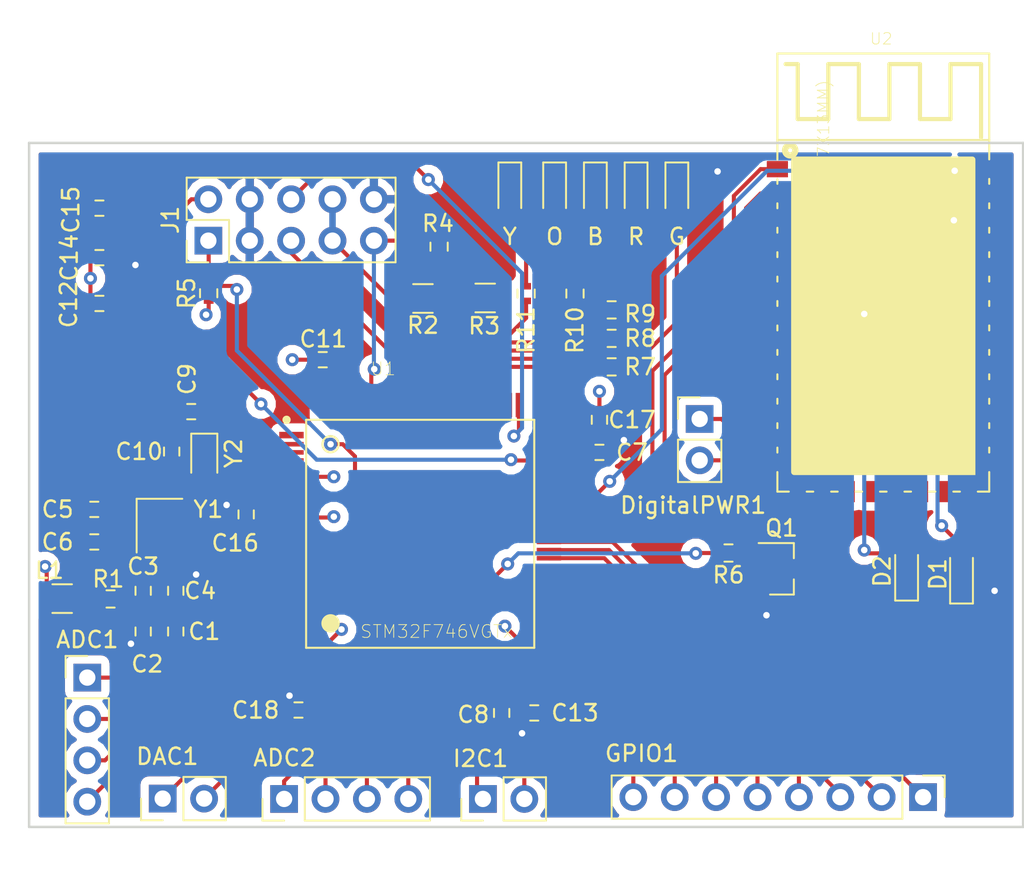
<source format=kicad_pcb>
(kicad_pcb (version 20171130) (host pcbnew "(5.0.0)")
  (layers (0 F.Cu signal) (1 VCC signal hide) (2 GND signal hide) (31 B.Cu signal hide) (34 B.Paste user) (35 F.Paste user) (36 B.SilkS user) (37 F.SilkS user) (38 B.Mask user) (39 F.Mask user) (44 Edge.Cuts user))
  (net 0 "")
  (net 1 "Net-(U2-Pad17)")
  (net 2 GNDPWR)
  (net 3 "Net-(U2-Pad15)")
  (net 4 "Net-(U2-Pad16)")
  (net 5 "Net-(U2-Pad18)")
  (net 6 "Net-(U2-Pad19)")
  (net 7 "Net-(U2-Pad20)")
  (net 8 "Net-(U2-Pad23)")
  (net 9 "Net-(U2-Pad24)")
  (net 10 "Net-(U2-Pad25)")
  (net 11 "Net-(U2-Pad26)")
  (net 12 "Net-(U2-Pad27)")
  (net 13 "Net-(U2-Pad28)")
  (net 14 "Net-(U2-Pad29)")
  (net 15 "Net-(U2-Pad30)")
  (net 16 "Net-(D2-Pad2)")
  (net 17 "Net-(D1-Pad2)")
  (net 18 "Net-(U2-Pad33)")
  (net 19 BT_KEY)
  (net 20 UART_TX)
  (net 21 UART_RX)
  (net 22 "Net-(U2-Pad3)")
  (net 23 "Net-(U2-Pad4)")
  (net 24 "Net-(U2-Pad5)")
  (net 25 "Net-(U2-Pad6)")
  (net 26 "Net-(U2-Pad7)")
  (net 27 "Net-(U2-Pad8)")
  (net 28 "Net-(U2-Pad9)")
  (net 29 "Net-(U2-Pad10)")
  (net 30 "Net-(U2-Pad11)")
  (net 31 +3V3)
  (net 32 GND)
  (net 33 "Net-(Q1-Pad1)")
  (net 34 BOOT0)
  (net 35 "Net-(R2-Pad1)")
  (net 36 "Net-(C3-Pad2)")
  (net 37 VREF)
  (net 38 DIGITAL_ENABLE)
  (net 39 NRST)
  (net 40 SWCLK)
  (net 41 SWO)
  (net 42 SWDIO)
  (net 43 "Net-(GPIO1-Pad8)")
  (net 44 "Net-(GPIO1-Pad7)")
  (net 45 "Net-(GPIO1-Pad6)")
  (net 46 "Net-(GPIO1-Pad5)")
  (net 47 "Net-(GPIO1-Pad4)")
  (net 48 "Net-(GPIO1-Pad3)")
  (net 49 "Net-(GPIO1-Pad2)")
  (net 50 "Net-(GPIO1-Pad1)")
  (net 51 "Net-(ADC2-Pad4)")
  (net 52 "Net-(ADC2-Pad3)")
  (net 53 "Net-(ADC2-Pad2)")
  (net 54 "Net-(ADC2-Pad1)")
  (net 55 "Net-(ADC1-Pad1)")
  (net 56 "Net-(ADC1-Pad2)")
  (net 57 "Net-(ADC1-Pad3)")
  (net 58 "Net-(ADC1-Pad4)")
  (net 59 "Net-(I2C1-Pad2)")
  (net 60 "Net-(I2C1-Pad1)")
  (net 61 "Net-(DAC1-Pad2)")
  (net 62 "Net-(DAC1-Pad1)")
  (net 63 "Net-(C10-Pad1)")
  (net 64 "Net-(C9-Pad1)")
  (net 65 "Net-(C6-Pad2)")
  (net 66 "Net-(C5-Pad2)")
  (net 67 "Net-(C7-Pad2)")
  (net 68 "Net-(C8-Pad2)")
  (net 69 "Net-(U1-Pad71)")
  (net 70 "Net-(U1-Pad70)")
  (net 71 "Net-(U1-Pad69)")
  (net 72 "Net-(U1-Pad68)")
  (net 73 "Net-(U1-Pad67)")
  (net 74 "Net-(U1-Pad66)")
  (net 75 "Net-(U1-Pad54)")
  (net 76 "Net-(U1-Pad53)")
  (net 77 "Net-(U1-Pad52)")
  (net 78 "Net-(U1-Pad51)")
  (net 79 "Net-(U1-Pad1)")
  (net 80 "Net-(U1-Pad2)")
  (net 81 "Net-(U1-Pad3)")
  (net 82 "Net-(U1-Pad4)")
  (net 83 "Net-(U1-Pad5)")
  (net 84 "Net-(U1-Pad7)")
  (net 85 "Net-(U1-Pad15)")
  (net 86 "Net-(U1-Pad16)")
  (net 87 "Net-(U1-Pad17)")
  (net 88 "Net-(U1-Pad18)")
  (net 89 "Net-(U1-Pad32)")
  (net 90 "Net-(U1-Pad33)")
  (net 91 "Net-(U1-Pad36)")
  (net 92 "Net-(U1-Pad37)")
  (net 93 "Net-(U1-Pad38)")
  (net 94 "Net-(U1-Pad39)")
  (net 95 "Net-(U1-Pad40)")
  (net 96 "Net-(U1-Pad41)")
  (net 97 "Net-(U1-Pad43)")
  (net 98 "Net-(U1-Pad44)")
  (net 99 "Net-(U1-Pad45)")
  (net 100 "Net-(U1-Pad77)")
  (net 101 "Net-(U1-Pad78)")
  (net 102 "Net-(U1-Pad79)")
  (net 103 "Net-(U1-Pad80)")
  (net 104 "Net-(U1-Pad86)")
  (net 105 "Net-(U1-Pad87)")
  (net 106 "Net-(U1-Pad88)")
  (net 107 "Net-(U1-Pad90)")
  (net 108 "Net-(U1-Pad91)")
  (net 109 "Net-(U1-Pad92)")
  (net 110 "Net-(U1-Pad93)")
  (net 111 "Net-(U1-Pad95)")
  (net 112 "Net-(U1-Pad96)")
  (net 113 "Net-(U1-Pad97)")
  (net 114 "Net-(U1-Pad98)")
  (net 115 "Net-(R7-Pad1)")
  (net 116 "Net-(R8-Pad1)")
  (net 117 "Net-(R9-Pad1)")
  (net 118 "Net-(R10-Pad1)")
  (net 119 "Net-(R11-Pad1)")
  (net 120 "Net-(R11-Pad2)")
  (net 121 "Net-(ORANGE1-Pad2)")
  (net 122 "Net-(BLUE1-Pad2)")
  (net 123 "Net-(R8-Pad2)")
  (net 124 "Net-(GREEN1-Pad2)")
  (module Crystals:Crystal_SMD_2012-2pin_2.0x1.2mm (layer F.Cu) (at 140.75 88.05 270)
    (fp_text reference Y2 (at 0 -1.8 270) (layer F.SilkS))
    (fp_text value 32kHz)
    (pad 1 smd rect (at -0.7 0 270) (size 0.6 1.1) (layers F.Cu F.Paste F.Mask) (net 64 "Net-(C9-Pad1)"))
    (pad 2 smd rect (at 0.7 0 270) (size 0.6 1.1) (layers F.Cu F.Paste F.Mask) (net 63 "Net-(C10-Pad1)"))
  )
  (module LEDs:LED_0805 (layer F.Cu) (at 162.25 72 270)
    (fp_text reference O (at 2.75 0) (layer F.SilkS))
    (fp_text value LED)
    (pad 1 smd rect (at -1.1 0 90) (size 1.2 1.2) (layers F.Cu F.Paste F.Mask) (net 32 GND))
    (pad 2 smd rect (at 1.1 0 90) (size 1.2 1.2) (layers F.Cu F.Paste F.Mask) (net 121 "Net-(ORANGE1-Pad2)"))
  )
  (module LEDs:LED_0805 (layer F.Cu) (at 169.75 72 270)
    (fp_text reference G (at 2.75 0 180) (layer F.SilkS))
    (fp_text value LED)
    (pad 2 smd rect (at 1.1 0 90) (size 1.2 1.2) (layers F.Cu F.Paste F.Mask) (net 124 "Net-(GREEN1-Pad2)"))
    (pad 1 smd rect (at -1.1 0 90) (size 1.2 1.2) (layers F.Cu F.Paste F.Mask) (net 32 GND))
  )
  (module LEDs:LED_0805 (layer F.Cu) (at 167.25 72 270)
    (fp_text reference R (at 2.75 0) (layer F.SilkS))
    (fp_text value LED)
    (pad 1 smd rect (at -1.1 0 90) (size 1.2 1.2) (layers F.Cu F.Paste F.Mask) (net 32 GND))
    (pad 2 smd rect (at 1.1 0 90) (size 1.2 1.2) (layers F.Cu F.Paste F.Mask) (net 123 "Net-(R8-Pad2)"))
  )
  (module LEDs:LED_0805 (layer F.Cu) (at 159.5 72 270)
    (fp_text reference Y (at 2.75 0) (layer F.SilkS))
    (fp_text value LED)
    (pad 2 smd rect (at 1.1 0 90) (size 1.2 1.2) (layers F.Cu F.Paste F.Mask) (net 120 "Net-(R11-Pad2)"))
    (pad 1 smd rect (at -1.1 0 90) (size 1.2 1.2) (layers F.Cu F.Paste F.Mask) (net 32 GND))
  )
  (module LEDs:LED_0805 (layer F.Cu) (at 164.75 72 270)
    (fp_text reference B (at 2.75 0) (layer F.SilkS))
    (fp_text value LED)
    (pad 1 smd rect (at -1.1 0 90) (size 1.2 1.2) (layers F.Cu F.Paste F.Mask) (net 32 GND))
    (pad 2 smd rect (at 1.1 0 90) (size 1.2 1.2) (layers F.Cu F.Paste F.Mask) (net 122 "Net-(BLUE1-Pad2)"))
  )
  (module Resistors_SMD:R_0402 (layer F.Cu) (at 165.75 82.75)
    (fp_text reference R7 (at 1.75 0) (layer F.SilkS))
    (fp_text value 47)
    (pad 2 smd rect (at 0.45 0) (size 0.4 0.6) (layers F.Cu F.Paste F.Mask) (net 124 "Net-(GREEN1-Pad2)"))
    (pad 1 smd rect (at -0.45 0) (size 0.4 0.6) (layers F.Cu F.Paste F.Mask) (net 115 "Net-(R7-Pad1)"))
  )
  (module Resistors_SMD:R_0402 (layer F.Cu) (at 165.75 81)
    (fp_text reference R8 (at 1.75 0) (layer F.SilkS))
    (fp_text value 47)
    (pad 1 smd rect (at -0.45 0) (size 0.4 0.6) (layers F.Cu F.Paste F.Mask) (net 116 "Net-(R8-Pad1)"))
    (pad 2 smd rect (at 0.45 0) (size 0.4 0.6) (layers F.Cu F.Paste F.Mask) (net 123 "Net-(R8-Pad2)"))
  )
  (module Resistors_SMD:R_0402 (layer F.Cu) (at 165.75 79.25)
    (fp_text reference R9 (at 1.75 0.25) (layer F.SilkS))
    (fp_text value 47)
    (pad 2 smd rect (at 0.45 0) (size 0.4 0.6) (layers F.Cu F.Paste F.Mask) (net 122 "Net-(BLUE1-Pad2)"))
    (pad 1 smd rect (at -0.45 0) (size 0.4 0.6) (layers F.Cu F.Paste F.Mask) (net 117 "Net-(R9-Pad1)"))
  )
  (module Resistors_SMD:R_0402 (layer F.Cu) (at 163.5 78.25 90)
    (fp_text reference R10 (at -2.25 0 90) (layer F.SilkS))
    (fp_text value 47)
    (pad 1 smd rect (at -0.45 0 90) (size 0.4 0.6) (layers F.Cu F.Paste F.Mask) (net 118 "Net-(R10-Pad1)"))
    (pad 2 smd rect (at 0.45 0 90) (size 0.4 0.6) (layers F.Cu F.Paste F.Mask) (net 121 "Net-(ORANGE1-Pad2)"))
  )
  (module Resistors_SMD:R_0402 (layer F.Cu) (at 160.5 78.25 90)
    (fp_text reference R11 (at -2.25 0 90) (layer F.SilkS))
    (fp_text value 47)
    (pad 2 smd rect (at 0.45 0 90) (size 0.4 0.6) (layers F.Cu F.Paste F.Mask) (net 120 "Net-(R11-Pad2)"))
    (pad 1 smd rect (at -0.45 0 90) (size 0.4 0.6) (layers F.Cu F.Paste F.Mask) (net 119 "Net-(R11-Pad1)"))
  )
  (module Resistors_SMD:R_0805 (layer F.Cu) (at 154.17 78.55 180)
    (fp_text reference R2 (at 0 -1.65 180) (layer F.SilkS))
    (fp_text value 33K)
    (pad 1 smd rect (at -0.95 0 180) (size 0.7 1.3) (layers F.Cu F.Paste F.Mask) (net 35 "Net-(R2-Pad1)"))
    (pad 2 smd rect (at 0.95 0 180) (size 0.7 1.3) (layers F.Cu F.Paste F.Mask) (net 31 +3V3))
  )
  (module Resistors_SMD:R_0805 (layer F.Cu) (at 157.99 78.52)
    (fp_text reference R3 (at -0.06 1.72) (layer F.SilkS))
    (fp_text value 33K)
    (pad 2 smd rect (at 0.95 0) (size 0.7 1.3) (layers F.Cu F.Paste F.Mask) (net 32 GND))
    (pad 1 smd rect (at -0.95 0) (size 0.7 1.3) (layers F.Cu F.Paste F.Mask) (net 35 "Net-(R2-Pad1)"))
  )
  (module Pin_Headers:Pin_Header_Straight_1x02_Pitch2.54mm (layer F.Cu) (at 138.2 109.26 90)
    (fp_text reference DAC1 (at 2.59 0.28 180) (layer F.SilkS))
    (fp_text value Conn_01x02)
    (pad 2 thru_hole oval (at 0 2.54 90) (size 1.7 1.7) (drill 1) (layers *.Cu *.Mask) (net 61 "Net-(DAC1-Pad2)"))
    (pad 1 thru_hole rect (at 0 0 90) (size 1.7 1.7) (drill 1) (layers *.Cu *.Mask) (net 62 "Net-(DAC1-Pad1)"))
  )
  (module Pin_Headers:Pin_Header_Straight_1x02_Pitch2.54mm (layer F.Cu) (at 171.15 85.95)
    (fp_text reference DigitalPWR1 (at -0.4 5.3) (layer F.SilkS))
    (fp_text value Conn_01x02)
    (pad 1 thru_hole rect (at 0 0) (size 1.7 1.7) (drill 1) (layers *.Cu *.Mask) (net 31 +3V3))
    (pad 2 thru_hole oval (at 0 2.54) (size 1.7 1.7) (drill 1) (layers *.Cu *.Mask) (net 2 GNDPWR))
  )
  (module Pin_Headers:Pin_Header_Straight_1x02_Pitch2.54mm (layer F.Cu) (at 157.85 109.28 90)
    (fp_text reference I2C1 (at 2.48 -0.15 180) (layer F.SilkS))
    (fp_text value Conn_01x02)
    (pad 2 thru_hole oval (at 0 2.54 90) (size 1.7 1.7) (drill 1) (layers *.Cu *.Mask) (net 59 "Net-(I2C1-Pad2)"))
    (pad 1 thru_hole rect (at 0 0 90) (size 1.7 1.7) (drill 1) (layers *.Cu *.Mask) (net 60 "Net-(I2C1-Pad1)"))
  )
  (module Pin_Headers:Pin_Header_Straight_1x04_Pitch2.54mm (layer F.Cu) (at 133.57 101.83)
    (fp_text reference ADC1 (at 0 -2.33) (layer F.SilkS))
    (fp_text value Conn_01x04)
    (pad 1 thru_hole rect (at 0 0) (size 1.7 1.7) (drill 1) (layers *.Cu *.Mask) (net 55 "Net-(ADC1-Pad1)"))
    (pad 2 thru_hole oval (at 0 2.54) (size 1.7 1.7) (drill 1) (layers *.Cu *.Mask) (net 56 "Net-(ADC1-Pad2)"))
    (pad 3 thru_hole oval (at 0 5.08) (size 1.7 1.7) (drill 1) (layers *.Cu *.Mask) (net 57 "Net-(ADC1-Pad3)"))
    (pad 4 thru_hole oval (at 0 7.62) (size 1.7 1.7) (drill 1) (layers *.Cu *.Mask) (net 58 "Net-(ADC1-Pad4)"))
  )
  (module Pin_Headers:Pin_Header_Straight_1x04_Pitch2.54mm (layer F.Cu) (at 145.65 109.28 90)
    (fp_text reference ADC2 (at 2.52 0.02 180) (layer F.SilkS))
    (fp_text value Conn_01x04)
    (pad 4 thru_hole oval (at 0 7.62 90) (size 1.7 1.7) (drill 1) (layers *.Cu *.Mask) (net 51 "Net-(ADC2-Pad4)"))
    (pad 3 thru_hole oval (at 0 5.08 90) (size 1.7 1.7) (drill 1) (layers *.Cu *.Mask) (net 52 "Net-(ADC2-Pad3)"))
    (pad 2 thru_hole oval (at 0 2.54 90) (size 1.7 1.7) (drill 1) (layers *.Cu *.Mask) (net 53 "Net-(ADC2-Pad2)"))
    (pad 1 thru_hole rect (at 0 0 90) (size 1.7 1.7) (drill 1) (layers *.Cu *.Mask) (net 54 "Net-(ADC2-Pad1)"))
  )
  (module Pin_Headers:Pin_Header_Straight_1x08_Pitch2.54mm (layer F.Cu) (at 184.86 109.17 270)
    (fp_text reference GPIO1 (at -2.68 17.28) (layer F.SilkS))
    (fp_text value Conn_01x08)
    (pad 8 thru_hole oval (at 0 17.78 270) (size 1.7 1.7) (drill 1) (layers *.Cu *.Mask) (net 43 "Net-(GPIO1-Pad8)"))
    (pad 7 thru_hole oval (at 0 15.24 270) (size 1.7 1.7) (drill 1) (layers *.Cu *.Mask) (net 44 "Net-(GPIO1-Pad7)"))
    (pad 6 thru_hole oval (at 0 12.7 270) (size 1.7 1.7) (drill 1) (layers *.Cu *.Mask) (net 45 "Net-(GPIO1-Pad6)"))
    (pad 5 thru_hole oval (at 0 10.16 270) (size 1.7 1.7) (drill 1) (layers *.Cu *.Mask) (net 46 "Net-(GPIO1-Pad5)"))
    (pad 4 thru_hole oval (at 0 7.62 270) (size 1.7 1.7) (drill 1) (layers *.Cu *.Mask) (net 47 "Net-(GPIO1-Pad4)"))
    (pad 3 thru_hole oval (at 0 5.08 270) (size 1.7 1.7) (drill 1) (layers *.Cu *.Mask) (net 48 "Net-(GPIO1-Pad3)"))
    (pad 2 thru_hole oval (at 0 2.54 270) (size 1.7 1.7) (drill 1) (layers *.Cu *.Mask) (net 49 "Net-(GPIO1-Pad2)"))
    (pad 1 thru_hole rect (at 0 0 270) (size 1.7 1.7) (drill 1) (layers *.Cu *.Mask) (net 50 "Net-(GPIO1-Pad1)"))
  )
  (module Pin_Headers:Pin_Header_Straight_2x05_Pitch2.54mm (layer F.Cu) (at 141 75 90)
    (fp_text reference J1 (at 1.27 -2.33 90) (layer F.SilkS))
    (fp_text value Conn_02x05_Odd_Even_MountingPin)
    (pad 10 thru_hole oval (at 2.54 10.16 90) (size 1.7 1.7) (drill 1) (layers *.Cu *.Mask) (net 32 GND))
    (pad 9 thru_hole oval (at 0 10.16 90) (size 1.7 1.7) (drill 1) (layers *.Cu *.Mask) (net 34 BOOT0))
    (pad 8 thru_hole oval (at 2.54 7.62 90) (size 1.7 1.7) (drill 1) (layers *.Cu *.Mask) (net 31 +3V3))
    (pad 7 thru_hole oval (at 0 7.62 90) (size 1.7 1.7) (drill 1) (layers *.Cu *.Mask) (net 31 +3V3))
    (pad 6 thru_hole oval (at 2.54 5.08 90) (size 1.7 1.7) (drill 1) (layers *.Cu *.Mask) (net 40 SWCLK))
    (pad 5 thru_hole oval (at 0 5.08 90) (size 1.7 1.7) (drill 1) (layers *.Cu *.Mask) (net 41 SWO))
    (pad 4 thru_hole oval (at 2.54 2.54 90) (size 1.7 1.7) (drill 1) (layers *.Cu *.Mask) (net 32 GND))
    (pad 3 thru_hole oval (at 0 2.54 90) (size 1.7 1.7) (drill 1) (layers *.Cu *.Mask) (net 32 GND))
    (pad 2 thru_hole oval (at 2.54 0 90) (size 1.7 1.7) (drill 1) (layers *.Cu *.Mask) (net 42 SWDIO))
    (pad 1 thru_hole rect (at 0 0 90) (size 1.7 1.7) (drill 1) (layers *.Cu *.Mask) (net 39 NRST))
  )
  (module myKiCADLibrary:LQFP100 (layer F.Cu) (at 154 93)
    (fp_text reference U1 (at -2.27 -10.13) (layer F.SilkS) (effects (font (size 0.788696 0.788696) (thickness 0.05))))
    (fp_text value STM32F746VGTx (at 1 6) (layer F.SilkS) (effects (font (size 0.787497 0.787497) (thickness 0.05))))
    (pad 75 smd rect (at 7.9 -6.06 270) (size 0.4 1.5) (layers F.Cu F.Paste F.Mask) (net 31 +3V3))
    (pad 74 smd rect (at 7.9 -5.5 270) (size 0.28 1.5) (layers F.Cu F.Paste F.Mask) (net 32 GND))
    (pad 73 smd rect (at 7.9 -5 270) (size 0.28 1.5) (layers F.Cu F.Paste F.Mask) (net 67 "Net-(C7-Pad2)"))
    (pad 72 smd rect (at 7.9 -4.5 270) (size 0.28 1.5) (layers F.Cu F.Paste F.Mask) (net 42 SWDIO))
    (pad 71 smd rect (at 7.9 -4 270) (size 0.28 1.5) (layers F.Cu F.Paste F.Mask) (net 69 "Net-(U1-Pad71)"))
    (pad 70 smd rect (at 7.9 -3.5 270) (size 0.28 1.5) (layers F.Cu F.Paste F.Mask) (net 70 "Net-(U1-Pad70)"))
    (pad 69 smd rect (at 7.9 -3 270) (size 0.28 1.5) (layers F.Cu F.Paste F.Mask) (net 71 "Net-(U1-Pad69)"))
    (pad 68 smd rect (at 7.9 -2.5 270) (size 0.28 1.5) (layers F.Cu F.Paste F.Mask) (net 72 "Net-(U1-Pad68)"))
    (pad 67 smd rect (at 7.9 -2 270) (size 0.28 1.5) (layers F.Cu F.Paste F.Mask) (net 73 "Net-(U1-Pad67)"))
    (pad 66 smd rect (at 7.9 -1.5 270) (size 0.28 1.5) (layers F.Cu F.Paste F.Mask) (net 74 "Net-(U1-Pad66)"))
    (pad 65 smd rect (at 7.9 -1 270) (size 0.28 1.5) (layers F.Cu F.Paste F.Mask) (net 19 BT_KEY))
    (pad 64 smd rect (at 7.9 -0.5 270) (size 0.28 1.5) (layers F.Cu F.Paste F.Mask) (net 20 UART_TX))
    (pad 63 smd rect (at 7.9 0 270) (size 0.28 1.5) (layers F.Cu F.Paste F.Mask) (net 21 UART_RX))
    (pad 62 smd rect (at 7.9 0.5 270) (size 0.28 1.5) (layers F.Cu F.Paste F.Mask) (net 50 "Net-(GPIO1-Pad1)"))
    (pad 61 smd rect (at 7.9 1 270) (size 0.28 1.5) (layers F.Cu F.Paste F.Mask) (net 49 "Net-(GPIO1-Pad2)"))
    (pad 60 smd rect (at 7.9 1.5 270) (size 0.28 1.5) (layers F.Cu F.Paste F.Mask) (net 48 "Net-(GPIO1-Pad3)"))
    (pad 59 smd rect (at 7.9 2 270) (size 0.28 1.5) (layers F.Cu F.Paste F.Mask) (net 47 "Net-(GPIO1-Pad4)"))
    (pad 58 smd rect (at 7.9 2.5 270) (size 0.28 1.5) (layers F.Cu F.Paste F.Mask) (net 46 "Net-(GPIO1-Pad5)"))
    (pad 57 smd rect (at 7.9 3 270) (size 0.28 1.5) (layers F.Cu F.Paste F.Mask) (net 45 "Net-(GPIO1-Pad6)"))
    (pad 56 smd rect (at 7.9 3.5 270) (size 0.28 1.5) (layers F.Cu F.Paste F.Mask) (net 44 "Net-(GPIO1-Pad7)"))
    (pad 55 smd rect (at 7.9 4 270) (size 0.28 1.5) (layers F.Cu F.Paste F.Mask) (net 43 "Net-(GPIO1-Pad8)"))
    (pad 54 smd rect (at 7.9 4.5 270) (size 0.28 1.5) (layers F.Cu F.Paste F.Mask) (net 75 "Net-(U1-Pad54)"))
    (pad 53 smd rect (at 7.9 5 270) (size 0.28 1.5) (layers F.Cu F.Paste F.Mask) (net 76 "Net-(U1-Pad53)"))
    (pad 52 smd rect (at 7.9 5.5 270) (size 0.28 1.5) (layers F.Cu F.Paste F.Mask) (net 77 "Net-(U1-Pad52)"))
    (pad 51 smd rect (at 7.9 6.06 270) (size 0.4 1.5) (layers F.Cu F.Paste F.Mask) (net 78 "Net-(U1-Pad51)"))
    (pad 1 smd rect (at -7.9 -6.06 270) (size 0.4 1.5) (layers F.Cu F.Paste F.Mask) (net 79 "Net-(U1-Pad1)"))
    (pad 2 smd rect (at -7.9 -5.5 270) (size 0.28 1.5) (layers F.Cu F.Paste F.Mask) (net 80 "Net-(U1-Pad2)"))
    (pad 3 smd rect (at -7.9 -5 270) (size 0.28 1.5) (layers F.Cu F.Paste F.Mask) (net 81 "Net-(U1-Pad3)"))
    (pad 4 smd rect (at -7.9 -4.5 270) (size 0.28 1.5) (layers F.Cu F.Paste F.Mask) (net 82 "Net-(U1-Pad4)"))
    (pad 5 smd rect (at -7.9 -4 270) (size 0.28 1.5) (layers F.Cu F.Paste F.Mask) (net 83 "Net-(U1-Pad5)"))
    (pad 6 smd rect (at -7.9 -3.5 270) (size 0.28 1.5) (layers F.Cu F.Paste F.Mask) (net 31 +3V3))
    (pad 7 smd rect (at -7.9 -3 270) (size 0.28 1.5) (layers F.Cu F.Paste F.Mask) (net 84 "Net-(U1-Pad7)"))
    (pad 8 smd rect (at -7.9 -2.5 270) (size 0.28 1.5) (layers F.Cu F.Paste F.Mask) (net 64 "Net-(C9-Pad1)"))
    (pad 9 smd rect (at -7.9 -2 270) (size 0.28 1.5) (layers F.Cu F.Paste F.Mask) (net 63 "Net-(C10-Pad1)"))
    (pad 10 smd rect (at -7.9 -1.5 270) (size 0.28 1.5) (layers F.Cu F.Paste F.Mask) (net 32 GND))
    (pad 11 smd rect (at -7.9 -1 270) (size 0.28 1.5) (layers F.Cu F.Paste F.Mask) (net 31 +3V3))
    (pad 12 smd rect (at -7.9 -0.5 270) (size 0.28 1.5) (layers F.Cu F.Paste F.Mask) (net 66 "Net-(C5-Pad2)"))
    (pad 13 smd rect (at -7.9 0 270) (size 0.28 1.5) (layers F.Cu F.Paste F.Mask) (net 65 "Net-(C6-Pad2)"))
    (pad 14 smd rect (at -7.9 0.5 270) (size 0.28 1.5) (layers F.Cu F.Paste F.Mask) (net 39 NRST))
    (pad 15 smd rect (at -7.9 1 270) (size 0.28 1.5) (layers F.Cu F.Paste F.Mask) (net 85 "Net-(U1-Pad15)"))
    (pad 16 smd rect (at -7.9 1.5 270) (size 0.28 1.5) (layers F.Cu F.Paste F.Mask) (net 86 "Net-(U1-Pad16)"))
    (pad 17 smd rect (at -7.9 2 270) (size 0.28 1.5) (layers F.Cu F.Paste F.Mask) (net 87 "Net-(U1-Pad17)"))
    (pad 18 smd rect (at -7.9 2.5 270) (size 0.28 1.5) (layers F.Cu F.Paste F.Mask) (net 88 "Net-(U1-Pad18)"))
    (pad 19 smd rect (at -7.9 3 270) (size 0.28 1.5) (layers F.Cu F.Paste F.Mask) (net 32 GND))
    (pad 20 smd rect (at -7.9 3.5 270) (size 0.28 1.5) (layers F.Cu F.Paste F.Mask) (net 36 "Net-(C3-Pad2)"))
    (pad 21 smd rect (at -7.9 4 270) (size 0.28 1.5) (layers F.Cu F.Paste F.Mask) (net 37 VREF))
    (pad 22 smd rect (at -7.9 4.5 270) (size 0.28 1.5) (layers F.Cu F.Paste F.Mask) (net 55 "Net-(ADC1-Pad1)"))
    (pad 23 smd rect (at -7.9 5 270) (size 0.28 1.5) (layers F.Cu F.Paste F.Mask) (net 56 "Net-(ADC1-Pad2)"))
    (pad 24 smd rect (at -7.9 5.5 270) (size 0.28 1.5) (layers F.Cu F.Paste F.Mask) (net 57 "Net-(ADC1-Pad3)"))
    (pad 25 smd rect (at -7.9 6.06 270) (size 0.4 1.5) (layers F.Cu F.Paste F.Mask) (net 58 "Net-(ADC1-Pad4)"))
    (pad 26 smd rect (at -6.06 7.9 270) (size 1.5 0.4) (layers F.Cu F.Paste F.Mask) (net 32 GND))
    (pad 27 smd rect (at -5.5 7.9 270) (size 1.5 0.28) (layers F.Cu F.Paste F.Mask) (net 31 +3V3))
    (pad 28 smd rect (at -5 7.9 270) (size 1.5 0.28) (layers F.Cu F.Paste F.Mask) (net 62 "Net-(DAC1-Pad1)"))
    (pad 29 smd rect (at -4.5 7.9 270) (size 1.5 0.28) (layers F.Cu F.Paste F.Mask) (net 61 "Net-(DAC1-Pad2)"))
    (pad 30 smd rect (at -4 7.9 270) (size 1.5 0.28) (layers F.Cu F.Paste F.Mask) (net 54 "Net-(ADC2-Pad1)"))
    (pad 31 smd rect (at -3.5 7.9 270) (size 1.5 0.28) (layers F.Cu F.Paste F.Mask) (net 53 "Net-(ADC2-Pad2)"))
    (pad 32 smd rect (at -3 7.9 270) (size 1.5 0.28) (layers F.Cu F.Paste F.Mask) (net 89 "Net-(U1-Pad32)"))
    (pad 33 smd rect (at -2.5 7.9 270) (size 1.5 0.28) (layers F.Cu F.Paste F.Mask) (net 90 "Net-(U1-Pad33)"))
    (pad 34 smd rect (at -2 7.9 270) (size 1.5 0.28) (layers F.Cu F.Paste F.Mask) (net 52 "Net-(ADC2-Pad3)"))
    (pad 35 smd rect (at -1.5 7.9 270) (size 1.5 0.28) (layers F.Cu F.Paste F.Mask) (net 51 "Net-(ADC2-Pad4)"))
    (pad 36 smd rect (at -1 7.9 270) (size 1.5 0.28) (layers F.Cu F.Paste F.Mask) (net 91 "Net-(U1-Pad36)"))
    (pad 37 smd rect (at -0.5 7.9 270) (size 1.5 0.28) (layers F.Cu F.Paste F.Mask) (net 92 "Net-(U1-Pad37)"))
    (pad 38 smd rect (at 0 7.9 270) (size 1.5 0.28) (layers F.Cu F.Paste F.Mask) (net 93 "Net-(U1-Pad38)"))
    (pad 39 smd rect (at 0.5 7.9 270) (size 1.5 0.28) (layers F.Cu F.Paste F.Mask) (net 94 "Net-(U1-Pad39)"))
    (pad 40 smd rect (at 1 7.9 270) (size 1.5 0.28) (layers F.Cu F.Paste F.Mask) (net 95 "Net-(U1-Pad40)"))
    (pad 41 smd rect (at 1.5 7.9 270) (size 1.5 0.28) (layers F.Cu F.Paste F.Mask) (net 96 "Net-(U1-Pad41)"))
    (pad 42 smd rect (at 2 7.9 270) (size 1.5 0.28) (layers F.Cu F.Paste F.Mask) (net 38 DIGITAL_ENABLE))
    (pad 43 smd rect (at 2.5 7.9 270) (size 1.5 0.28) (layers F.Cu F.Paste F.Mask) (net 97 "Net-(U1-Pad43)"))
    (pad 44 smd rect (at 3 7.9 270) (size 1.5 0.28) (layers F.Cu F.Paste F.Mask) (net 98 "Net-(U1-Pad44)"))
    (pad 45 smd rect (at 3.5 7.9 270) (size 1.5 0.28) (layers F.Cu F.Paste F.Mask) (net 99 "Net-(U1-Pad45)"))
    (pad 46 smd rect (at 4 7.9 270) (size 1.5 0.28) (layers F.Cu F.Paste F.Mask) (net 60 "Net-(I2C1-Pad1)"))
    (pad 47 smd rect (at 4.5 7.9 270) (size 1.5 0.28) (layers F.Cu F.Paste F.Mask) (net 59 "Net-(I2C1-Pad2)"))
    (pad 48 smd rect (at 5 7.9 270) (size 1.5 0.28) (layers F.Cu F.Paste F.Mask) (net 68 "Net-(C8-Pad2)"))
    (pad 49 smd rect (at 5.5 7.9 270) (size 1.5 0.28) (layers F.Cu F.Paste F.Mask) (net 32 GND))
    (pad 50 smd rect (at 6.06 7.9 270) (size 1.5 0.4) (layers F.Cu F.Paste F.Mask) (net 31 +3V3))
    (pad 76 smd rect (at 6.06 -7.9 270) (size 1.5 0.4) (layers F.Cu F.Paste F.Mask) (net 40 SWCLK))
    (pad 77 smd rect (at 5.5 -7.9 270) (size 1.5 0.28) (layers F.Cu F.Paste F.Mask) (net 100 "Net-(U1-Pad77)"))
    (pad 78 smd rect (at 5 -7.9 270) (size 1.5 0.28) (layers F.Cu F.Paste F.Mask) (net 101 "Net-(U1-Pad78)"))
    (pad 79 smd rect (at 4.5 -7.9 270) (size 1.5 0.28) (layers F.Cu F.Paste F.Mask) (net 102 "Net-(U1-Pad79)"))
    (pad 80 smd rect (at 4 -7.9 270) (size 1.5 0.28) (layers F.Cu F.Paste F.Mask) (net 103 "Net-(U1-Pad80)"))
    (pad 81 smd rect (at 3.5 -7.9 270) (size 1.5 0.28) (layers F.Cu F.Paste F.Mask) (net 115 "Net-(R7-Pad1)"))
    (pad 82 smd rect (at 3 -7.9 270) (size 1.5 0.28) (layers F.Cu F.Paste F.Mask) (net 116 "Net-(R8-Pad1)"))
    (pad 83 smd rect (at 2.5 -7.9 270) (size 1.5 0.28) (layers F.Cu F.Paste F.Mask) (net 117 "Net-(R9-Pad1)"))
    (pad 84 smd rect (at 2 -7.9 270) (size 1.5 0.28) (layers F.Cu F.Paste F.Mask) (net 118 "Net-(R10-Pad1)"))
    (pad 85 smd rect (at 1.5 -7.9 270) (size 1.5 0.28) (layers F.Cu F.Paste F.Mask) (net 119 "Net-(R11-Pad1)"))
    (pad 86 smd rect (at 1 -7.9 270) (size 1.5 0.28) (layers F.Cu F.Paste F.Mask) (net 104 "Net-(U1-Pad86)"))
    (pad 87 smd rect (at 0.5 -7.9 270) (size 1.5 0.28) (layers F.Cu F.Paste F.Mask) (net 105 "Net-(U1-Pad87)"))
    (pad 88 smd rect (at 0 -7.9 270) (size 1.5 0.28) (layers F.Cu F.Paste F.Mask) (net 106 "Net-(U1-Pad88)"))
    (pad 89 smd rect (at -0.5 -7.9 270) (size 1.5 0.28) (layers F.Cu F.Paste F.Mask) (net 41 SWO))
    (pad 90 smd rect (at -1 -7.9 270) (size 1.5 0.28) (layers F.Cu F.Paste F.Mask) (net 107 "Net-(U1-Pad90)"))
    (pad 91 smd rect (at -1.5 -7.9 270) (size 1.5 0.28) (layers F.Cu F.Paste F.Mask) (net 108 "Net-(U1-Pad91)"))
    (pad 92 smd rect (at -2 -7.9 270) (size 1.5 0.28) (layers F.Cu F.Paste F.Mask) (net 109 "Net-(U1-Pad92)"))
    (pad 93 smd rect (at -2.5 -7.9 270) (size 1.5 0.28) (layers F.Cu F.Paste F.Mask) (net 110 "Net-(U1-Pad93)"))
    (pad 94 smd rect (at -3 -7.9 270) (size 1.5 0.28) (layers F.Cu F.Paste F.Mask) (net 34 BOOT0))
    (pad 95 smd rect (at -3.5 -7.9 270) (size 1.5 0.28) (layers F.Cu F.Paste F.Mask) (net 111 "Net-(U1-Pad95)"))
    (pad 96 smd rect (at -4 -7.9 270) (size 1.5 0.28) (layers F.Cu F.Paste F.Mask) (net 112 "Net-(U1-Pad96)"))
    (pad 97 smd rect (at -4.5 -7.9 270) (size 1.5 0.28) (layers F.Cu F.Paste F.Mask) (net 113 "Net-(U1-Pad97)"))
    (pad 98 smd rect (at -5 -7.9 270) (size 1.5 0.28) (layers F.Cu F.Paste F.Mask) (net 114 "Net-(U1-Pad98)"))
    (pad 99 smd rect (at -5.5 -7.9 270) (size 1.5 0.28) (layers F.Cu F.Paste F.Mask) (net 32 GND))
    (pad 100 smd rect (at -6.06 -7.9 270) (size 1.5 0.4) (layers F.Cu F.Paste F.Mask) (net 31 +3V3))
  )
  (module Capacitors_SMD:C_0402 (layer F.Cu) (at 159 104 90)
    (fp_text reference C8 (at -0.1 -1.74 180) (layer F.SilkS))
    (fp_text value 2.2uF)
    (pad 1 smd rect (at -0.55 0 90) (size 0.6 0.5) (layers F.Cu F.Paste F.Mask) (net 32 GND))
    (pad 2 smd rect (at 0.55 0 90) (size 0.6 0.5) (layers F.Cu F.Paste F.Mask) (net 68 "Net-(C8-Pad2)"))
  )
  (module Capacitors_SMD:C_0402 (layer F.Cu) (at 165 86 90)
    (fp_text reference C17 (at 0 2 180) (layer F.SilkS))
    (fp_text value 100nF)
    (pad 2 smd rect (at 0.55 0 90) (size 0.6 0.5) (layers F.Cu F.Paste F.Mask) (net 31 +3V3))
    (pad 1 smd rect (at -0.55 0 90) (size 0.6 0.5) (layers F.Cu F.Paste F.Mask) (net 32 GND))
  )
  (module Capacitors_SMD:C_0402 (layer F.Cu) (at 143.32 91.81 270)
    (fp_text reference C16 (at 1.76 0.67) (layer F.SilkS))
    (fp_text value 100nF)
    (pad 1 smd rect (at -0.55 0 270) (size 0.6 0.5) (layers F.Cu F.Paste F.Mask) (net 32 GND))
    (pad 2 smd rect (at 0.55 0 270) (size 0.6 0.5) (layers F.Cu F.Paste F.Mask) (net 31 +3V3))
  )
  (module Capacitors_SMD:C_0402 (layer F.Cu) (at 134.315 73.005 180)
    (fp_text reference C15 (at 1.75 -0.1 270) (layer F.SilkS))
    (fp_text value 100nF)
    (pad 2 smd rect (at 0.55 0 180) (size 0.6 0.5) (layers F.Cu F.Paste F.Mask) (net 31 +3V3))
    (pad 1 smd rect (at -0.55 0 180) (size 0.6 0.5) (layers F.Cu F.Paste F.Mask) (net 32 GND))
  )
  (module Capacitors_SMD:C_0402 (layer F.Cu) (at 134.315 76.045 180)
    (fp_text reference C14 (at 1.85 0 270) (layer F.SilkS))
    (fp_text value 100nF)
    (pad 1 smd rect (at -0.55 0 180) (size 0.6 0.5) (layers F.Cu F.Paste F.Mask) (net 32 GND))
    (pad 2 smd rect (at 0.55 0 180) (size 0.6 0.5) (layers F.Cu F.Paste F.Mask) (net 31 +3V3))
  )
  (module Capacitors_SMD:C_0402 (layer F.Cu) (at 161 104)
    (fp_text reference C13 (at 2.5 0) (layer F.SilkS))
    (fp_text value 100nF)
    (pad 2 smd rect (at 0.55 0) (size 0.6 0.5) (layers F.Cu F.Paste F.Mask) (net 31 +3V3))
    (pad 1 smd rect (at -0.55 0) (size 0.6 0.5) (layers F.Cu F.Paste F.Mask) (net 32 GND))
  )
  (module Capacitors_SMD:C_0402 (layer F.Cu) (at 134.315 78.855 180)
    (fp_text reference C12 (at 1.89 -0.06 270) (layer F.SilkS))
    (fp_text value 100nF)
    (pad 1 smd rect (at -0.55 0 180) (size 0.6 0.5) (layers F.Cu F.Paste F.Mask) (net 32 GND))
    (pad 2 smd rect (at 0.55 0 180) (size 0.6 0.5) (layers F.Cu F.Paste F.Mask) (net 31 +3V3))
  )
  (module Capacitors_SMD:C_0402 (layer F.Cu) (at 148.02 82.31 180)
    (fp_text reference C11 (at -0.03 1.27 180) (layer F.SilkS))
    (fp_text value 100nF)
    (pad 2 smd rect (at 0.55 0 180) (size 0.6 0.5) (layers F.Cu F.Paste F.Mask) (net 31 +3V3))
    (pad 1 smd rect (at -0.55 0 180) (size 0.6 0.5) (layers F.Cu F.Paste F.Mask) (net 32 GND))
  )
  (module Capacitors_SMD:C_0402 (layer F.Cu) (at 146.53 103.82)
    (fp_text reference C18 (at -2.63 0.01) (layer F.SilkS))
    (fp_text value 100nF)
    (pad 1 smd rect (at -0.55 0) (size 0.6 0.5) (layers F.Cu F.Paste F.Mask) (net 32 GND))
    (pad 2 smd rect (at 0.55 0) (size 0.6 0.5) (layers F.Cu F.Paste F.Mask) (net 31 +3V3))
  )
  (module Capacitors_SMD:C_0402 (layer F.Cu) (at 165 88 180)
    (fp_text reference C7 (at -2 0 180) (layer F.SilkS))
    (fp_text value 2.2uF)
    (pad 2 smd rect (at 0.55 0 180) (size 0.6 0.5) (layers F.Cu F.Paste F.Mask) (net 67 "Net-(C7-Pad2)"))
    (pad 1 smd rect (at -0.55 0 180) (size 0.6 0.5) (layers F.Cu F.Paste F.Mask) (net 32 GND))
  )
  (module Capacitors_SMD:C_0402 (layer F.Cu) (at 134 93.5)
    (fp_text reference C6 (at -2.25 0) (layer F.SilkS))
    (fp_text value 22nF)
    (pad 1 smd rect (at -0.55 0) (size 0.6 0.5) (layers F.Cu F.Paste F.Mask) (net 32 GND))
    (pad 2 smd rect (at 0.55 0) (size 0.6 0.5) (layers F.Cu F.Paste F.Mask) (net 65 "Net-(C6-Pad2)"))
  )
  (module Capacitors_SMD:C_0402 (layer F.Cu) (at 134 91.5)
    (fp_text reference C5 (at -2.25 0) (layer F.SilkS))
    (fp_text value 22nF)
    (pad 2 smd rect (at 0.55 0) (size 0.6 0.5) (layers F.Cu F.Paste F.Mask) (net 66 "Net-(C5-Pad2)"))
    (pad 1 smd rect (at -0.55 0) (size 0.6 0.5) (layers F.Cu F.Paste F.Mask) (net 32 GND))
  )
  (module Capacitors_SMD:C_0402 (layer F.Cu) (at 139 96.5 270)
    (fp_text reference C4 (at 0 -1.5) (layer F.SilkS))
    (fp_text value 100nF)
    (pad 1 smd rect (at -0.55 0 270) (size 0.6 0.5) (layers F.Cu F.Paste F.Mask) (net 32 GND))
    (pad 2 smd rect (at 0.55 0 270) (size 0.6 0.5) (layers F.Cu F.Paste F.Mask) (net 36 "Net-(C3-Pad2)"))
  )
  (module Capacitors_SMD:C_0402 (layer F.Cu) (at 137 96.5 270)
    (fp_text reference C3 (at -1.5 0) (layer F.SilkS))
    (fp_text value 1uF)
    (pad 2 smd rect (at 0.55 0 270) (size 0.6 0.5) (layers F.Cu F.Paste F.Mask) (net 36 "Net-(C3-Pad2)"))
    (pad 1 smd rect (at -0.55 0 270) (size 0.6 0.5) (layers F.Cu F.Paste F.Mask) (net 32 GND))
  )
  (module Capacitors_SMD:C_0402 (layer F.Cu) (at 137 99 270)
    (fp_text reference C2 (at 2 -0.25) (layer F.SilkS))
    (fp_text value 100nF)
    (pad 1 smd rect (at -0.55 0 270) (size 0.6 0.5) (layers F.Cu F.Paste F.Mask) (net 37 VREF))
    (pad 2 smd rect (at 0.55 0 270) (size 0.6 0.5) (layers F.Cu F.Paste F.Mask) (net 32 GND))
  )
  (module Capacitors_SMD:C_0402 (layer F.Cu) (at 139 99 270)
    (fp_text reference C1 (at 0 -1.75) (layer F.SilkS))
    (fp_text value 1uF)
    (pad 2 smd rect (at 0.55 0 270) (size 0.6 0.5) (layers F.Cu F.Paste F.Mask) (net 32 GND))
    (pad 1 smd rect (at -0.55 0 270) (size 0.6 0.5) (layers F.Cu F.Paste F.Mask) (net 37 VREF))
  )
  (module Capacitors_SMD:C_0402 (layer F.Cu) (at 139.95 85.5 180)
    (fp_text reference C9 (at 0.25 2 -90) (layer F.SilkS))
    (fp_text value 6pF)
    (pad 1 smd rect (at -0.55 0 180) (size 0.6 0.5) (layers F.Cu F.Paste F.Mask) (net 64 "Net-(C9-Pad1)"))
    (pad 2 smd rect (at 0.55 0 180) (size 0.6 0.5) (layers F.Cu F.Paste F.Mask) (net 32 GND))
  )
  (module Capacitors_SMD:C_0402 (layer F.Cu) (at 138.75 87.95 90)
    (fp_text reference C10 (at 0 -2 180) (layer F.SilkS))
    (fp_text value 6pF)
    (pad 2 smd rect (at 0.55 0 90) (size 0.6 0.5) (layers F.Cu F.Paste F.Mask) (net 32 GND))
    (pad 1 smd rect (at -0.55 0 90) (size 0.6 0.5) (layers F.Cu F.Paste F.Mask) (net 63 "Net-(C10-Pad1)"))
  )
  (module Crystals:Crystal_SMD_2520-4pin_2.5x2.0mm (layer F.Cu) (at 138 92.5 270)
    (fp_text reference Y1 (at -1 -3) (layer F.SilkS))
    (fp_text value 25MHz)
    (pad 4 smd rect (at -0.875 -0.7 270) (size 1.15 1) (layers F.Cu F.Paste F.Mask))
    (pad 3 smd rect (at 0.875 -0.7 270) (size 1.15 1) (layers F.Cu F.Paste F.Mask))
    (pad 2 smd rect (at 0.875 0.7 270) (size 1.15 1) (layers F.Cu F.Paste F.Mask) (net 65 "Net-(C6-Pad2)"))
    (pad 1 smd rect (at -0.875 0.7 270) (size 1.15 1) (layers F.Cu F.Paste F.Mask) (net 66 "Net-(C5-Pad2)"))
  )
  (module Inductors_SMD:L_0805 (layer F.Cu) (at 132.03 96.98)
    (fp_text reference L1 (at -0.78 -1.73) (layer F.SilkS))
    (fp_text value INDUCTOR)
    (pad 2 smd rect (at 0.95 0) (size 0.7 1.3) (layers F.Cu F.Paste F.Mask) (net 37 VREF))
    (pad 1 smd rect (at -0.95 0) (size 0.7 1.3) (layers F.Cu F.Paste F.Mask) (net 31 +3V3))
  )
  (module LEDs:LED_0805 (layer F.Cu) (at 187.22 95.48 90)
    (fp_text reference D1 (at 0 -1.45 90) (layer F.SilkS))
    (fp_text value LED)
    (pad 2 smd rect (at 1.1 0 270) (size 1.2 1.2) (layers F.Cu F.Paste F.Mask) (net 17 "Net-(D1-Pad2)"))
    (pad 1 smd rect (at -1.1 0 270) (size 1.2 1.2) (layers F.Cu F.Paste F.Mask) (net 32 GND))
  )
  (module LEDs:LED_0805 (layer F.Cu) (at 183.85 95.3 90)
    (fp_text reference D2 (at 0 -1.5 90) (layer F.SilkS))
    (fp_text value LED)
    (pad 1 smd rect (at -1.1 0 270) (size 1.2 1.2) (layers F.Cu F.Paste F.Mask) (net 32 GND))
    (pad 2 smd rect (at 1.1 0 270) (size 1.2 1.2) (layers F.Cu F.Paste F.Mask) (net 16 "Net-(D2-Pad2)"))
  )
  (module Resistors_SMD:R_0402 (layer F.Cu) (at 141.02 78.23 90)
    (fp_text reference R5 (at 0 -1.35 90) (layer F.SilkS))
    (fp_text value 33K)
    (pad 1 smd rect (at -0.45 0 90) (size 0.4 0.6) (layers F.Cu F.Paste F.Mask) (net 31 +3V3))
    (pad 2 smd rect (at 0.45 0 90) (size 0.4 0.6) (layers F.Cu F.Paste F.Mask) (net 39 NRST))
  )
  (module Resistors_SMD:R_0402 (layer F.Cu) (at 172.92 94.18 180)
    (fp_text reference R6 (at 0 -1.35 180) (layer F.SilkS))
    (fp_text value 33K)
    (pad 2 smd rect (at 0.45 0 180) (size 0.4 0.6) (layers F.Cu F.Paste F.Mask) (net 38 DIGITAL_ENABLE))
    (pad 1 smd rect (at -0.45 0 180) (size 0.4 0.6) (layers F.Cu F.Paste F.Mask) (net 33 "Net-(Q1-Pad1)"))
  )
  (module Resistors_SMD:R_0402 (layer F.Cu) (at 135 97 180)
    (fp_text reference R1 (at 0.14 1.22 180) (layer F.SilkS))
    (fp_text value 47)
    (pad 1 smd rect (at -0.45 0 180) (size 0.4 0.6) (layers F.Cu F.Paste F.Mask) (net 36 "Net-(C3-Pad2)"))
    (pad 2 smd rect (at 0.45 0 180) (size 0.4 0.6) (layers F.Cu F.Paste F.Mask) (net 37 VREF))
  )
  (module Resistors_SMD:R_0402 (layer F.Cu) (at 155.16 75.37 90)
    (fp_text reference R4 (at 1.42 -0.07 180) (layer F.SilkS))
    (fp_text value 33K)
    (pad 2 smd rect (at 0.45 0 90) (size 0.4 0.6) (layers F.Cu F.Paste F.Mask) (net 34 BOOT0))
    (pad 1 smd rect (at -0.45 0 90) (size 0.4 0.6) (layers F.Cu F.Paste F.Mask) (net 35 "Net-(R2-Pad1)"))
  )
  (module TO_SOT_Packages_SMD:SOT-23 (layer F.Cu) (at 176.17 95.15)
    (fp_text reference Q1 (at 0 -2.5) (layer F.SilkS))
    (fp_text value Q_NMOS_GSD)
    (pad 3 smd rect (at 1 0) (size 0.9 0.8) (layers F.Cu F.Paste F.Mask) (net 2 GNDPWR))
    (pad 2 smd rect (at -1 0.95) (size 0.9 0.8) (layers F.Cu F.Paste F.Mask) (net 32 GND))
    (pad 1 smd rect (at -1 -0.95) (size 0.9 0.8) (layers F.Cu F.Paste F.Mask) (net 33 "Net-(Q1-Pad1)"))
  )
  (module myKiCADLibrary:HC05 (layer F.Cu) (at 182.42 90.41)
    (fp_text reference U2 (at -0.127249 -27.804) (layer F.SilkS) (effects (font (size 0.701375 0.701375) (thickness 0.05))))
    (fp_text value "MOUDLE-BLUETOOTH-HC-05(34P-27X13MM)" (at -3.67 -13.16 90) (layer F.SilkS) (effects (font (size 0.701157 0.701157) (thickness 0.05))))
    (pad 17 smd rect (at -0.75 0 90) (size 1.3 1) (layers F.Cu F.Paste F.Mask) (net 1 "Net-(U2-Pad17)"))
    (pad 14 smd rect (at -5.25 0 90) (size 1.3 1) (layers F.Cu F.Paste F.Mask) (net 2 GNDPWR))
    (pad 15 smd rect (at -3.75 0 90) (size 1.3 1) (layers F.Cu F.Paste F.Mask) (net 3 "Net-(U2-Pad15)"))
    (pad 16 smd rect (at -2.25 0 90) (size 1.3 1) (layers F.Cu F.Paste F.Mask) (net 4 "Net-(U2-Pad16)"))
    (pad 18 smd rect (at 0.75 0 90) (size 1.3 1) (layers F.Cu F.Paste F.Mask) (net 5 "Net-(U2-Pad18)"))
    (pad 19 smd rect (at 2.25 0 90) (size 1.3 1) (layers F.Cu F.Paste F.Mask) (net 6 "Net-(U2-Pad19)"))
    (pad 20 smd rect (at 3.75 0 90) (size 1.3 1) (layers F.Cu F.Paste F.Mask) (net 7 "Net-(U2-Pad20)"))
    (pad 21 smd rect (at 5.25 0 90) (size 1.3 1) (layers F.Cu F.Paste F.Mask) (net 2 GNDPWR))
    (pad 22 smd rect (at 6.5 -1.8 180) (size 1.3 1) (layers F.Cu F.Paste F.Mask) (net 2 GNDPWR))
    (pad 23 smd rect (at 6.5 -3.3 180) (size 1.3 1) (layers F.Cu F.Paste F.Mask) (net 8 "Net-(U2-Pad23)"))
    (pad 24 smd rect (at 6.5 -4.8 180) (size 1.3 1) (layers F.Cu F.Paste F.Mask) (net 9 "Net-(U2-Pad24)"))
    (pad 25 smd rect (at 6.5 -6.3 180) (size 1.3 1) (layers F.Cu F.Paste F.Mask) (net 10 "Net-(U2-Pad25)"))
    (pad 26 smd rect (at 6.5 -7.8 180) (size 1.3 1) (layers F.Cu F.Paste F.Mask) (net 11 "Net-(U2-Pad26)"))
    (pad 27 smd rect (at 6.5 -9.3 180) (size 1.3 1) (layers F.Cu F.Paste F.Mask) (net 12 "Net-(U2-Pad27)"))
    (pad 28 smd rect (at 6.5 -10.8 180) (size 1.3 1) (layers F.Cu F.Paste F.Mask) (net 13 "Net-(U2-Pad28)"))
    (pad 29 smd rect (at 6.5 -12.3 180) (size 1.3 1) (layers F.Cu F.Paste F.Mask) (net 14 "Net-(U2-Pad29)"))
    (pad 30 smd rect (at 6.5 -13.8 180) (size 1.3 1) (layers F.Cu F.Paste F.Mask) (net 15 "Net-(U2-Pad30)"))
    (pad 31 smd rect (at 6.5 -15.3 180) (size 1.3 1) (layers F.Cu F.Paste F.Mask) (net 16 "Net-(D2-Pad2)"))
    (pad 32 smd rect (at 6.5 -16.8 180) (size 1.3 1) (layers F.Cu F.Paste F.Mask) (net 17 "Net-(D1-Pad2)"))
    (pad 33 smd rect (at 6.5 -18.3 180) (size 1.3 1) (layers F.Cu F.Paste F.Mask) (net 18 "Net-(U2-Pad33)"))
    (pad 34 smd rect (at 6.5 -19.8 180) (size 1.3 1) (layers F.Cu F.Paste F.Mask) (net 19 BT_KEY))
    (pad 1 smd rect (at -6.5 -19.8) (size 1.3 1) (layers F.Cu F.Paste F.Mask) (net 20 UART_TX))
    (pad 2 smd rect (at -6.5 -18.3) (size 1.3 1) (layers F.Cu F.Paste F.Mask) (net 21 UART_RX))
    (pad 3 smd rect (at -6.5 -16.8) (size 1.3 1) (layers F.Cu F.Paste F.Mask) (net 22 "Net-(U2-Pad3)"))
    (pad 4 smd rect (at -6.5 -15.3) (size 1.3 1) (layers F.Cu F.Paste F.Mask) (net 23 "Net-(U2-Pad4)"))
    (pad 5 smd rect (at -6.5 -13.8) (size 1.3 1) (layers F.Cu F.Paste F.Mask) (net 24 "Net-(U2-Pad5)"))
    (pad 6 smd rect (at -6.5 -12.3) (size 1.3 1) (layers F.Cu F.Paste F.Mask) (net 25 "Net-(U2-Pad6)"))
    (pad 7 smd rect (at -6.5 -10.8) (size 1.3 1) (layers F.Cu F.Paste F.Mask) (net 26 "Net-(U2-Pad7)"))
    (pad 8 smd rect (at -6.5 -9.3) (size 1.3 1) (layers F.Cu F.Paste F.Mask) (net 27 "Net-(U2-Pad8)"))
    (pad 9 smd rect (at -6.5 -7.8) (size 1.3 1) (layers F.Cu F.Paste F.Mask) (net 28 "Net-(U2-Pad9)"))
    (pad 10 smd rect (at -6.5 -6.3) (size 1.3 1) (layers F.Cu F.Paste F.Mask) (net 29 "Net-(U2-Pad10)"))
    (pad 11 smd rect (at -6.5 -4.8) (size 1.3 1) (layers F.Cu F.Paste F.Mask) (net 30 "Net-(U2-Pad11)"))
    (pad 12 smd rect (at -6.5 -3.3) (size 1.3 1) (layers F.Cu F.Paste F.Mask) (net 31 +3V3))
    (pad 13 smd rect (at -6.5 -1.8) (size 1.3 1) (layers F.Cu F.Paste F.Mask) (net 2 GNDPWR))
  )
  (gr_line (start 130 69) (end 191 69) (angle 90) (layer Edge.Cuts) (width 0.15))
  (gr_line (start 130 111) (end 130 69) (angle 90) (layer Edge.Cuts) (width 0.15))
  (gr_line (start 191 111) (end 130 111) (angle 90) (layer Edge.Cuts) (width 0.15))
  (gr_line (start 191 69) (end 191 111) (angle 90) (layer Edge.Cuts) (width 0.15))
  (segment (start 177.17 90.41) (end 177.17 95.15) (width 0.25) (layer F.Cu) (net 2))
  (segment (start 175.92 88.61) (end 175.92 89.16) (width 0.25) (layer F.Cu) (net 2))
  (segment (start 175.92 89.16) (end 177.17 90.41) (width 0.25) (layer F.Cu) (net 2))
  (segment (start 175.92 88.61) (end 188.92 88.61) (width 0.25) (layer F.Cu) (net 2))
  (segment (start 188.92 88.61) (end 188.92 89.16) (width 0.25) (layer F.Cu) (net 2))
  (segment (start 188.92 89.16) (end 187.67 90.41) (width 0.25) (layer F.Cu) (net 2))
  (segment (start 171.15 88.49) (end 175.8 88.49) (width 0.25) (layer F.Cu) (net 2))
  (segment (start 175.8 88.49) (end 175.92 88.61) (width 0.25) (layer F.Cu) (net 2))
  (segment (start 188.92 75.11) (end 185.64 75.11) (width 0.25) (layer F.Cu) (net 16))
  (segment (start 181.45 94.2) (end 183.85 94.2) (width 0.25) (layer F.Cu) (net 16))
  (segment (start 181.25 94) (end 181.45 94.2) (width 0.25) (layer F.Cu) (net 16))
  (via (at 181.25 94) (size 0.8) (drill 0.4) (layers F.Cu B.Cu) (net 16))
  (segment (start 181.25 79.5) (end 181.25 94) (width 0.25) (layer B.Cu) (net 16))
  (via (at 181.25 79.5) (size 0.8) (drill 0.4) (layers F.Cu B.Cu) (net 16))
  (segment (start 185.64 75.11) (end 181.25 79.5) (width 0.25) (layer F.Cu) (net 16))
  (segment (start 188.92 73.61) (end 186.89 73.61) (width 0.25) (layer F.Cu) (net 17))
  (segment (start 187.22 93.72) (end 187.22 94.38) (width 0.25) (layer F.Cu) (net 17))
  (segment (start 186 92.5) (end 187.22 93.72) (width 0.25) (layer F.Cu) (net 17))
  (via (at 186 92.5) (size 0.8) (drill 0.4) (layers F.Cu B.Cu) (net 17))
  (segment (start 185.75 92.25) (end 186 92.5) (width 0.25) (layer B.Cu) (net 17))
  (segment (start 185.75 74.75) (end 185.75 92.25) (width 0.25) (layer B.Cu) (net 17))
  (segment (start 186.75 73.75) (end 185.75 74.75) (width 0.25) (layer B.Cu) (net 17))
  (via (at 186.75 73.75) (size 0.8) (drill 0.4) (layers F.Cu B.Cu) (net 17))
  (segment (start 186.89 73.61) (end 186.75 73.75) (width 0.25) (layer F.Cu) (net 17))
  (segment (start 161.9 92) (end 163.41 92) (width 0.25) (layer F.Cu) (net 19))
  (segment (start 186.9 70.61) (end 188.92 70.61) (width 0.25) (layer F.Cu) (net 19))
  (segment (start 186.8 70.71) (end 186.9 70.61) (width 0.25) (layer F.Cu) (net 19))
  (via (at 186.8 70.71) (size 0.8) (drill 0.4) (layers F.Cu B.Cu) (net 19))
  (segment (start 175.29 70.71) (end 186.8 70.71) (width 0.25) (layer B.Cu) (net 19))
  (segment (start 168.83 77.17) (end 175.29 70.71) (width 0.25) (layer B.Cu) (net 19))
  (segment (start 168.83 86.58) (end 168.83 77.17) (width 0.25) (layer B.Cu) (net 19))
  (segment (start 165.63 89.78) (end 168.83 86.58) (width 0.25) (layer B.Cu) (net 19))
  (via (at 165.63 89.78) (size 0.8) (drill 0.4) (layers F.Cu B.Cu) (net 19))
  (segment (start 163.41 92) (end 165.63 89.78) (width 0.25) (layer F.Cu) (net 19))
  (segment (start 161.9 92.5) (end 166.25 92.5) (width 0.25) (layer F.Cu) (net 20))
  (segment (start 174.89 70.61) (end 175.92 70.61) (width 0.25) (layer F.Cu) (net 20))
  (segment (start 173.25 72.25) (end 174.89 70.61) (width 0.25) (layer F.Cu) (net 20))
  (segment (start 173.25 78) (end 173.25 72.25) (width 0.25) (layer F.Cu) (net 20))
  (segment (start 168.25 83) (end 173.25 78) (width 0.25) (layer F.Cu) (net 20))
  (segment (start 168.25 90.5) (end 168.25 83) (width 0.25) (layer F.Cu) (net 20))
  (segment (start 166.25 92.5) (end 168.25 90.5) (width 0.25) (layer F.Cu) (net 20))
  (segment (start 161.9 93) (end 166.75 93) (width 0.25) (layer F.Cu) (net 21))
  (segment (start 174.89 72.11) (end 175.92 72.11) (width 0.25) (layer F.Cu) (net 21))
  (segment (start 174 73) (end 174.89 72.11) (width 0.25) (layer F.Cu) (net 21))
  (segment (start 174 78.25) (end 174 73) (width 0.25) (layer F.Cu) (net 21))
  (segment (start 169 83.25) (end 174 78.25) (width 0.25) (layer F.Cu) (net 21))
  (segment (start 169 90.75) (end 169 83.25) (width 0.25) (layer F.Cu) (net 21))
  (segment (start 166.75 93) (end 169 90.75) (width 0.25) (layer F.Cu) (net 21))
  (segment (start 146.1 92) (end 144.58 92) (width 0.25) (layer F.Cu) (net 31))
  (segment (start 144.58 92) (end 144.22 92.36) (width 0.25) (layer F.Cu) (net 31))
  (segment (start 144.22 92.36) (end 143.32 92.36) (width 0.25) (layer F.Cu) (net 31))
  (segment (start 147.94 85.1) (end 147.94 83.35) (width 0.25) (layer F.Cu) (net 31))
  (segment (start 147.47 82.88) (end 147.47 82.31) (width 0.25) (layer F.Cu) (net 31))
  (segment (start 147.94 83.35) (end 147.47 82.88) (width 0.25) (layer F.Cu) (net 31))
  (segment (start 153.22 78.55) (end 152.17 78.55) (width 0.25) (layer F.Cu) (net 31))
  (segment (start 152.17 78.55) (end 148.62 75) (width 0.25) (layer F.Cu) (net 31))
  (segment (start 148.5 100.9) (end 148.5 102.4) (width 0.25) (layer F.Cu) (net 31))
  (segment (start 148.5 102.4) (end 147.08 103.82) (width 0.25) (layer F.Cu) (net 31))
  (segment (start 160.06 100.9) (end 160.06 101.95) (width 0.25) (layer F.Cu) (net 31))
  (segment (start 161.55 103.44) (end 161.55 104) (width 0.25) (layer F.Cu) (net 31))
  (segment (start 160.06 101.95) (end 161.55 103.44) (width 0.25) (layer F.Cu) (net 31))
  (segment (start 148.62 72.46) (end 148.62 75) (width 0.4) (layer B.Cu) (net 31))
  (segment (start 175.92 87.11) (end 173.65 87.11) (width 0.25) (layer F.Cu) (net 31))
  (segment (start 173.65 87.11) (end 172.49 85.95) (width 0.25) (layer F.Cu) (net 31))
  (segment (start 172.49 85.95) (end 171.15 85.95) (width 0.25) (layer F.Cu) (net 31))
  (segment (start 161.9 86.94) (end 163.11 86.94) (width 0.25) (layer F.Cu) (net 31))
  (segment (start 164.6 85.45) (end 165 85.45) (width 0.25) (layer F.Cu) (net 31))
  (segment (start 163.11 86.94) (end 164.6 85.45) (width 0.25) (layer F.Cu) (net 31))
  (segment (start 147.47 82.31) (end 146.15 82.31) (width 0.25) (layer F.Cu) (net 31))
  (via (at 146.15 82.31) (size 0.8) (drill 0.4) (layers F.Cu B.Cu) (net 31))
  (segment (start 146.1 89.5) (end 148.7 89.5) (width 0.25) (layer F.Cu) (net 31))
  (via (at 148.7 89.5) (size 0.8) (drill 0.4) (layers F.Cu B.Cu) (net 31))
  (segment (start 146.1 92) (end 148.65 92) (width 0.25) (layer F.Cu) (net 31))
  (via (at 148.7 91.95) (size 0.8) (drill 0.4) (layers F.Cu B.Cu) (net 31))
  (segment (start 148.65 92) (end 148.7 91.95) (width 0.25) (layer F.Cu) (net 31))
  (segment (start 148.5 100.9) (end 148.5 99.54) (width 0.25) (layer F.Cu) (net 31))
  (via (at 149.17 98.87) (size 0.8) (drill 0.4) (layers F.Cu B.Cu) (net 31))
  (segment (start 148.5 99.54) (end 149.17 98.87) (width 0.25) (layer F.Cu) (net 31))
  (segment (start 160.06 100.9) (end 160.06 99.53) (width 0.25) (layer F.Cu) (net 31))
  (via (at 159.2 98.67) (size 0.8) (drill 0.4) (layers F.Cu B.Cu) (net 31))
  (segment (start 160.06 99.53) (end 159.2 98.67) (width 0.25) (layer F.Cu) (net 31))
  (segment (start 133.765 73.005) (end 133.765 77.315) (width 0.25) (layer F.Cu) (net 31))
  (segment (start 133.765 77.315) (end 133.765 78.855) (width 0.25) (layer F.Cu) (net 31))
  (via (at 133.765 77.315) (size 0.8) (drill 0.4) (layers F.Cu B.Cu) (net 31))
  (segment (start 133.765 77.315) (end 133.775 77.325) (width 0.25) (layer B.Cu) (net 31))
  (segment (start 141.02 78.68) (end 141.02 79.39) (width 0.25) (layer F.Cu) (net 31))
  (segment (start 140.92 79.61) (end 140.92 79.62) (width 0.25) (layer B.Cu) (net 31))
  (segment (start 140.86 79.55) (end 140.92 79.61) (width 0.25) (layer B.Cu) (net 31))
  (via (at 140.86 79.55) (size 0.8) (drill 0.4) (layers F.Cu B.Cu) (net 31))
  (segment (start 141.02 79.39) (end 140.86 79.55) (width 0.25) (layer F.Cu) (net 31))
  (segment (start 131.08 96.98) (end 131.08 95.11) (width 0.25) (layer F.Cu) (net 31))
  (via (at 130.98 95.01) (size 0.8) (drill 0.4) (layers F.Cu B.Cu) (net 31))
  (segment (start 131.08 95.11) (end 130.98 95.01) (width 0.25) (layer F.Cu) (net 31))
  (segment (start 165 85.45) (end 165 84.25) (width 0.25) (layer F.Cu) (net 31))
  (via (at 165 84.25) (size 0.8) (drill 0.4) (layers F.Cu B.Cu) (net 31))
  (segment (start 146.1 91.5) (end 144.26 91.5) (width 0.25) (layer F.Cu) (net 32))
  (segment (start 144.02 91.26) (end 143.32 91.26) (width 0.25) (layer F.Cu) (net 32))
  (segment (start 144.26 91.5) (end 144.02 91.26) (width 0.25) (layer F.Cu) (net 32))
  (segment (start 143.32 91.26) (end 142.15 91.26) (width 0.25) (layer F.Cu) (net 32))
  (segment (start 142.13 91.24) (end 142.14 91.24) (width 0.25) (layer B.Cu) (net 32))
  (segment (start 142.12 91.23) (end 142.13 91.24) (width 0.25) (layer B.Cu) (net 32))
  (via (at 142.12 91.23) (size 0.8) (drill 0.4) (layers F.Cu B.Cu) (net 32))
  (segment (start 142.15 91.26) (end 142.12 91.23) (width 0.25) (layer F.Cu) (net 32))
  (segment (start 147.94 100.9) (end 147.94 100.98) (width 0.25) (layer F.Cu) (net 32))
  (segment (start 145.98 103) (end 145.98 103.82) (width 0.25) (layer F.Cu) (net 32))
  (segment (start 147.94 100.98) (end 145.98 102.94) (width 0.25) (layer F.Cu) (net 32))
  (segment (start 159.5 100.9) (end 159.5 102.29) (width 0.25) (layer F.Cu) (net 32))
  (segment (start 160.45 103.24) (end 160.45 104) (width 0.25) (layer F.Cu) (net 32))
  (segment (start 159.5 102.29) (end 160.45 103.24) (width 0.25) (layer F.Cu) (net 32))
  (segment (start 161.9 87.5) (end 163.54 87.5) (width 0.25) (layer F.Cu) (net 32))
  (segment (start 164.49 86.55) (end 165 86.55) (width 0.25) (layer F.Cu) (net 32))
  (segment (start 163.54 87.5) (end 164.49 86.55) (width 0.25) (layer F.Cu) (net 32))
  (segment (start 134.865 76.045) (end 136.075 76.045) (width 0.25) (layer F.Cu) (net 32))
  (segment (start 136.525 76.495) (end 136.615 76.495) (width 0.25) (layer B.Cu) (net 32))
  (via (at 136.525 76.495) (size 0.8) (drill 0.4) (layers F.Cu B.Cu) (net 32))
  (segment (start 136.075 76.045) (end 136.525 76.495) (width 0.25) (layer F.Cu) (net 32))
  (segment (start 183.85 96.4) (end 187.04 96.4) (width 0.25) (layer F.Cu) (net 32))
  (segment (start 187.04 96.4) (end 187.14 96.5) (width 0.25) (layer F.Cu) (net 32))
  (segment (start 187.14 96.5) (end 189.25 96.5) (width 0.25) (layer F.Cu) (net 32))
  (via (at 189.25 96.5) (size 0.8) (drill 0.4) (layers F.Cu B.Cu) (net 32))
  (segment (start 175.17 96.1) (end 175.17 97.92) (width 0.25) (layer F.Cu) (net 32))
  (via (at 175.25 98) (size 0.8) (drill 0.4) (layers F.Cu B.Cu) (net 32))
  (segment (start 175.17 97.92) (end 175.25 98) (width 0.25) (layer F.Cu) (net 32))
  (segment (start 137 99.55) (end 136.45 99.55) (width 0.25) (layer F.Cu) (net 32))
  (segment (start 136.45 99.55) (end 136.25 99.75) (width 0.25) (layer F.Cu) (net 32))
  (segment (start 139 95.95) (end 139.8 95.95) (width 0.25) (layer F.Cu) (net 32))
  (via (at 140.25 95.5) (size 0.8) (drill 0.4) (layers F.Cu B.Cu) (net 32))
  (segment (start 139.8 95.95) (end 140.25 95.5) (width 0.25) (layer F.Cu) (net 32))
  (segment (start 145.98 103) (end 145.98 102.94) (width 0.25) (layer F.Cu) (net 32))
  (via (at 145.98 102.94) (size 0.8) (drill 0.4) (layers F.Cu B.Cu) (net 32))
  (segment (start 145.98 102.94) (end 146 102.96) (width 0.25) (layer B.Cu) (net 32))
  (segment (start 146 102.96) (end 146 103) (width 0.25) (layer B.Cu) (net 32))
  (segment (start 160.45 104) (end 160.45 105.05) (width 0.25) (layer F.Cu) (net 32))
  (segment (start 159.55 104.55) (end 160.25 105.25) (width 0.25) (layer F.Cu) (net 32))
  (segment (start 159.55 104.55) (end 159 104.55) (width 0.25) (layer F.Cu) (net 32))
  (segment (start 160.45 105.05) (end 160.25 105.25) (width 0.25) (layer F.Cu) (net 32))
  (via (at 160.25 105.25) (size 0.8) (drill 0.4) (layers F.Cu B.Cu) (net 32))
  (segment (start 165.55 88) (end 165.55 87.1) (width 0.25) (layer F.Cu) (net 32))
  (segment (start 165.55 87.1) (end 165 86.55) (width 0.25) (layer F.Cu) (net 32))
  (segment (start 165.55 88) (end 165.75 88) (width 0.25) (layer F.Cu) (net 32))
  (segment (start 166.5 87.25) (end 166.75 87.25) (width 0.25) (layer B.Cu) (net 32))
  (via (at 166.5 87.25) (size 0.8) (drill 0.4) (layers F.Cu B.Cu) (net 32))
  (segment (start 165.75 88) (end 166.5 87.25) (width 0.25) (layer F.Cu) (net 32))
  (segment (start 159.5 70.9) (end 169.75 70.9) (width 0.25) (layer F.Cu) (net 32))
  (segment (start 169.75 70.9) (end 172.1 70.9) (width 0.25) (layer F.Cu) (net 32))
  (via (at 172.25 70.75) (size 0.8) (drill 0.4) (layers F.Cu B.Cu) (net 32))
  (segment (start 172.1 70.9) (end 172.25 70.75) (width 0.25) (layer F.Cu) (net 32))
  (segment (start 146.1 96) (end 144.75 96) (width 0.25) (layer F.Cu) (net 32))
  (segment (start 144.75 96) (end 144.25 95.5) (width 0.25) (layer F.Cu) (net 32))
  (segment (start 148.5 85.1) (end 148.5 82.38) (width 0.25) (layer F.Cu) (net 32))
  (segment (start 148.5 82.38) (end 148.57 82.31) (width 0.25) (layer F.Cu) (net 32))
  (via (at 136.25 99.75) (size 0.8) (drill 0.4) (layers F.Cu B.Cu) (net 32))
  (segment (start 175.15 94.18) (end 175.17 94.2) (width 0.25) (layer F.Cu) (net 33))
  (segment (start 173.37 94.18) (end 175.15 94.18) (width 0.25) (layer F.Cu) (net 33))
  (segment (start 151.16 75) (end 155.08 75) (width 0.25) (layer F.Cu) (net 34))
  (segment (start 155.08 75) (end 155.16 74.92) (width 0.25) (layer F.Cu) (net 34))
  (segment (start 151.16 75) (end 151.16 82.87) (width 0.25) (layer B.Cu) (net 34))
  (segment (start 151 83.07) (end 151.18 82.89) (width 0.25) (layer F.Cu) (net 34))
  (segment (start 151 83.07) (end 151 85.1) (width 0.25) (layer F.Cu) (net 34))
  (segment (start 151.16 82.87) (end 151.18 82.89) (width 0.25) (layer B.Cu) (net 34))
  (via (at 151.18 82.89) (size 0.8) (drill 0.4) (layers F.Cu B.Cu) (net 34))
  (segment (start 155.16 75.82) (end 155.16 78.51) (width 0.25) (layer F.Cu) (net 35))
  (segment (start 155.16 78.51) (end 155.12 78.55) (width 0.25) (layer F.Cu) (net 35))
  (segment (start 155.12 78.55) (end 157.01 78.55) (width 0.25) (layer F.Cu) (net 35))
  (segment (start 157.01 78.55) (end 157.04 78.52) (width 0.25) (layer F.Cu) (net 35))
  (segment (start 146.1 96.5) (end 140.71 96.5) (width 0.25) (layer F.Cu) (net 36))
  (segment (start 140.16 97.05) (end 139 97.05) (width 0.25) (layer F.Cu) (net 36))
  (segment (start 140.71 96.5) (end 140.16 97.05) (width 0.25) (layer F.Cu) (net 36))
  (segment (start 139 97.05) (end 135.5 97.05) (width 0.25) (layer F.Cu) (net 36))
  (segment (start 135.5 97.05) (end 135.45 97) (width 0.25) (layer F.Cu) (net 36))
  (segment (start 139 98.45) (end 136.79 98.45) (width 0.25) (layer F.Cu) (net 37))
  (segment (start 136.79 98.45) (end 137 98.45) (width 0.25) (layer F.Cu) (net 37))
  (segment (start 137 98.45) (end 134.95 98.45) (width 0.25) (layer F.Cu) (net 37))
  (segment (start 134.55 98.05) (end 134.55 97) (width 0.25) (layer F.Cu) (net 37))
  (segment (start 134.95 98.45) (end 134.55 98.05) (width 0.25) (layer F.Cu) (net 37))
  (segment (start 134.55 97) (end 133 97) (width 0.25) (layer F.Cu) (net 37))
  (segment (start 133 97) (end 132.98 96.98) (width 0.25) (layer F.Cu) (net 37))
  (segment (start 146.1 97) (end 140.9 97) (width 0.25) (layer F.Cu) (net 37))
  (segment (start 139.45 98.45) (end 139 98.45) (width 0.25) (layer F.Cu) (net 37))
  (segment (start 140.9 97) (end 139.45 98.45) (width 0.25) (layer F.Cu) (net 37))
  (segment (start 156 100.9) (end 156 98.22) (width 0.25) (layer F.Cu) (net 38))
  (segment (start 170.93 94.18) (end 172.47 94.18) (width 0.25) (layer F.Cu) (net 38))
  (segment (start 170.91 94.2) (end 170.93 94.18) (width 0.25) (layer F.Cu) (net 38))
  (via (at 170.91 94.2) (size 0.8) (drill 0.4) (layers F.Cu B.Cu) (net 38))
  (segment (start 160.02 94.2) (end 170.91 94.2) (width 0.25) (layer B.Cu) (net 38))
  (segment (start 159.37 94.85) (end 160.02 94.2) (width 0.25) (layer B.Cu) (net 38))
  (via (at 159.37 94.85) (size 0.8) (drill 0.4) (layers F.Cu B.Cu) (net 38))
  (segment (start 156 98.22) (end 159.37 94.85) (width 0.25) (layer F.Cu) (net 38))
  (segment (start 141.02 77.78) (end 141.02 75.02) (width 0.25) (layer F.Cu) (net 39))
  (segment (start 141.02 75.02) (end 141 75) (width 0.25) (layer F.Cu) (net 39))
  (segment (start 146.1 93.5) (end 148.75 93.5) (width 0.25) (layer F.Cu) (net 39))
  (segment (start 142.53 77.78) (end 141.02 77.78) (width 0.25) (layer F.Cu) (net 39))
  (segment (start 142.75 78) (end 142.53 77.78) (width 0.25) (layer F.Cu) (net 39))
  (via (at 142.75 78) (size 0.8) (drill 0.4) (layers F.Cu B.Cu) (net 39))
  (segment (start 142.75 81.75) (end 142.75 78) (width 0.25) (layer B.Cu) (net 39))
  (segment (start 148.5 87.5) (end 142.75 81.75) (width 0.25) (layer B.Cu) (net 39))
  (via (at 148.5 87.5) (size 0.8) (drill 0.4) (layers F.Cu B.Cu) (net 39))
  (segment (start 148.75 93.5) (end 150 92.25) (width 0.25) (layer F.Cu) (net 39))
  (segment (start 150 92.25) (end 150 88.25) (width 0.25) (layer F.Cu) (net 39))
  (segment (start 150 88.25) (end 149.25 87.5) (width 0.25) (layer F.Cu) (net 39))
  (segment (start 149.25 87.5) (end 148.5 87.5) (width 0.25) (layer F.Cu) (net 39))
  (segment (start 160.06 85.1) (end 160.06 86.69) (width 0.25) (layer F.Cu) (net 40))
  (segment (start 160.25 77) (end 154.5 71.25) (width 0.25) (layer B.Cu) (net 40))
  (segment (start 160.06 86.69) (end 159.75 87) (width 0.25) (layer F.Cu) (net 40))
  (via (at 159.75 87) (size 0.8) (drill 0.4) (layers F.Cu B.Cu) (net 40))
  (segment (start 159.75 87) (end 160.25 86.5) (width 0.25) (layer B.Cu) (net 40))
  (segment (start 160.25 86.5) (end 160.25 77) (width 0.25) (layer B.Cu) (net 40))
  (via (at 154.5 71.25) (size 0.8) (drill 0.4) (layers F.Cu B.Cu) (net 40))
  (segment (start 154.5 71.25) (end 153.75 70.5) (width 0.25) (layer F.Cu) (net 40))
  (segment (start 153.75 70.5) (end 148.04 70.5) (width 0.25) (layer F.Cu) (net 40))
  (segment (start 148.04 70.5) (end 146.08 72.46) (width 0.25) (layer F.Cu) (net 40))
  (segment (start 146.08 75) (end 146.08 75.75) (width 0.25) (layer F.Cu) (net 41))
  (segment (start 153.5 83.17) (end 153.5 85.1) (width 0.25) (layer F.Cu) (net 41))
  (segment (start 146.08 75.75) (end 153.5 83.17) (width 0.25) (layer F.Cu) (net 41))
  (segment (start 141 72.46) (end 139.96 72.46) (width 0.25) (layer F.Cu) (net 42))
  (segment (start 159.62 88.5) (end 161.9 88.5) (width 0.25) (layer F.Cu) (net 42))
  (segment (start 159.57 88.45) (end 159.62 88.5) (width 0.25) (layer F.Cu) (net 42))
  (via (at 159.57 88.45) (size 0.8) (drill 0.4) (layers F.Cu B.Cu) (net 42))
  (segment (start 147.65 88.45) (end 159.57 88.45) (width 0.25) (layer B.Cu) (net 42))
  (segment (start 144.23 85.03) (end 147.65 88.45) (width 0.25) (layer B.Cu) (net 42))
  (via (at 144.23 85.03) (size 0.8) (drill 0.4) (layers F.Cu B.Cu) (net 42))
  (segment (start 144.23 85.02) (end 144.23 85.03) (width 0.25) (layer F.Cu) (net 42))
  (segment (start 138.75 79.54) (end 144.23 85.02) (width 0.25) (layer F.Cu) (net 42))
  (segment (start 138.75 73.67) (end 138.75 79.54) (width 0.25) (layer F.Cu) (net 42))
  (segment (start 139.96 72.46) (end 138.75 73.67) (width 0.25) (layer F.Cu) (net 42))
  (segment (start 161.9 97) (end 164.2 97) (width 0.25) (layer F.Cu) (net 43))
  (segment (start 167.08 99.88) (end 167.08 109.17) (width 0.25) (layer F.Cu) (net 43))
  (segment (start 164.2 97) (end 167.08 99.88) (width 0.25) (layer F.Cu) (net 43))
  (segment (start 161.9 96.5) (end 164.36 96.5) (width 0.25) (layer F.Cu) (net 44))
  (segment (start 169.62 101.76) (end 169.62 109.17) (width 0.25) (layer F.Cu) (net 44))
  (segment (start 164.36 96.5) (end 169.62 101.76) (width 0.25) (layer F.Cu) (net 44))
  (segment (start 161.9 96) (end 164.54 96) (width 0.25) (layer F.Cu) (net 45))
  (segment (start 172.16 103.62) (end 172.16 109.17) (width 0.25) (layer F.Cu) (net 45))
  (segment (start 164.54 96) (end 172.16 103.62) (width 0.25) (layer F.Cu) (net 45))
  (segment (start 161.9 95.5) (end 164.74 95.5) (width 0.25) (layer F.Cu) (net 46))
  (segment (start 174.7 105.46) (end 174.7 109.17) (width 0.25) (layer F.Cu) (net 46))
  (segment (start 164.74 95.5) (end 174.7 105.46) (width 0.25) (layer F.Cu) (net 46))
  (segment (start 161.9 95) (end 165.03 95) (width 0.25) (layer F.Cu) (net 47))
  (segment (start 177.24 107.21) (end 177.24 109.17) (width 0.25) (layer F.Cu) (net 47))
  (segment (start 165.03 95) (end 177.24 107.21) (width 0.25) (layer F.Cu) (net 47))
  (segment (start 161.9 94.5) (end 165.3 94.5) (width 0.25) (layer F.Cu) (net 48))
  (segment (start 179.78 108.98) (end 179.78 109.17) (width 0.25) (layer F.Cu) (net 48))
  (segment (start 165.3 94.5) (end 179.78 108.98) (width 0.25) (layer F.Cu) (net 48))
  (segment (start 161.9 94) (end 165.59 94) (width 0.25) (layer F.Cu) (net 49))
  (segment (start 180.1 106.95) (end 182.32 109.17) (width 0.25) (layer F.Cu) (net 49))
  (segment (start 178.54 106.95) (end 180.1 106.95) (width 0.25) (layer F.Cu) (net 49))
  (segment (start 165.59 94) (end 178.54 106.95) (width 0.25) (layer F.Cu) (net 49))
  (segment (start 161.9 93.5) (end 165.81 93.5) (width 0.25) (layer F.Cu) (net 50))
  (segment (start 182.05 106.36) (end 184.86 109.17) (width 0.25) (layer F.Cu) (net 50))
  (segment (start 178.67 106.36) (end 182.05 106.36) (width 0.25) (layer F.Cu) (net 50))
  (segment (start 165.81 93.5) (end 178.67 106.36) (width 0.25) (layer F.Cu) (net 50))
  (segment (start 152.5 100.9) (end 152.5 104.85) (width 0.25) (layer F.Cu) (net 51))
  (segment (start 153.27 105.62) (end 153.27 109.28) (width 0.25) (layer F.Cu) (net 51))
  (segment (start 152.5 104.85) (end 153.27 105.62) (width 0.25) (layer F.Cu) (net 51))
  (segment (start 152 100.9) (end 152 104.93) (width 0.25) (layer F.Cu) (net 52))
  (segment (start 150.73 106.2) (end 150.73 109.28) (width 0.25) (layer F.Cu) (net 52))
  (segment (start 152 104.93) (end 150.73 106.2) (width 0.25) (layer F.Cu) (net 52))
  (segment (start 150.5 100.9) (end 150.5 104.1) (width 0.25) (layer F.Cu) (net 53))
  (segment (start 148.19 106.41) (end 148.19 109.28) (width 0.25) (layer F.Cu) (net 53))
  (segment (start 150.5 104.1) (end 148.19 106.41) (width 0.25) (layer F.Cu) (net 53))
  (segment (start 150 100.9) (end 150 103.84) (width 0.25) (layer F.Cu) (net 54))
  (segment (start 145.65 108.19) (end 145.65 109.28) (width 0.25) (layer F.Cu) (net 54))
  (segment (start 150 103.84) (end 145.65 108.19) (width 0.25) (layer F.Cu) (net 54))
  (segment (start 146.1 97.5) (end 142.63 97.5) (width 0.25) (layer F.Cu) (net 55))
  (segment (start 138.3 101.83) (end 133.57 101.83) (width 0.25) (layer F.Cu) (net 55))
  (segment (start 142.63 97.5) (end 138.3 101.83) (width 0.25) (layer F.Cu) (net 55))
  (segment (start 146.1 98) (end 142.83 98) (width 0.25) (layer F.Cu) (net 56))
  (segment (start 136.46 104.37) (end 133.57 104.37) (width 0.25) (layer F.Cu) (net 56))
  (segment (start 142.83 98) (end 136.46 104.37) (width 0.25) (layer F.Cu) (net 56))
  (segment (start 146.1 98.5) (end 143.07 98.5) (width 0.25) (layer F.Cu) (net 57))
  (segment (start 134.66 106.91) (end 133.57 106.91) (width 0.25) (layer F.Cu) (net 57))
  (segment (start 143.07 98.5) (end 134.66 106.91) (width 0.25) (layer F.Cu) (net 57))
  (segment (start 146.1 99.06) (end 143.23 99.06) (width 0.25) (layer F.Cu) (net 58))
  (segment (start 134.99 108.03) (end 133.57 109.45) (width 0.25) (layer F.Cu) (net 58))
  (segment (start 134.99 107.3) (end 134.99 108.03) (width 0.25) (layer F.Cu) (net 58))
  (segment (start 143.23 99.06) (end 134.99 107.3) (width 0.25) (layer F.Cu) (net 58))
  (segment (start 158.5 100.9) (end 158.5 102.37) (width 0.25) (layer F.Cu) (net 59))
  (segment (start 160.39 107.7) (end 160.39 109.28) (width 0.25) (layer F.Cu) (net 59))
  (segment (start 157.97 105.28) (end 160.39 107.7) (width 0.25) (layer F.Cu) (net 59))
  (segment (start 157.97 102.9) (end 157.97 105.28) (width 0.25) (layer F.Cu) (net 59))
  (segment (start 158.5 102.37) (end 157.97 102.9) (width 0.25) (layer F.Cu) (net 59))
  (segment (start 158 100.9) (end 158 102.02) (width 0.25) (layer F.Cu) (net 60))
  (segment (start 157.49 108.92) (end 157.85 109.28) (width 0.25) (layer F.Cu) (net 60))
  (segment (start 157.49 102.53) (end 157.49 108.92) (width 0.25) (layer F.Cu) (net 60))
  (segment (start 158 102.02) (end 157.49 102.53) (width 0.25) (layer F.Cu) (net 60))
  (segment (start 149.5 100.9) (end 149.5 103.61) (width 0.25) (layer F.Cu) (net 61))
  (segment (start 143.91 106.09) (end 140.74 109.26) (width 0.25) (layer F.Cu) (net 61))
  (segment (start 147.02 106.09) (end 143.91 106.09) (width 0.25) (layer F.Cu) (net 61))
  (segment (start 149.5 103.61) (end 147.02 106.09) (width 0.25) (layer F.Cu) (net 61))
  (segment (start 149 100.9) (end 149 103.37) (width 0.25) (layer F.Cu) (net 62))
  (segment (start 141.9 105.56) (end 138.2 109.26) (width 0.25) (layer F.Cu) (net 62))
  (segment (start 146.81 105.56) (end 141.9 105.56) (width 0.25) (layer F.Cu) (net 62))
  (segment (start 149 103.37) (end 146.81 105.56) (width 0.25) (layer F.Cu) (net 62))
  (segment (start 142.41 88.75) (end 140.75 88.75) (width 0.25) (layer F.Cu) (net 63))
  (segment (start 146.1 91) (end 144.66 91) (width 0.25) (layer F.Cu) (net 63))
  (segment (start 144.66 91) (end 142.41 88.75) (width 0.25) (layer F.Cu) (net 63))
  (segment (start 139 88.75) (end 138.75 88.5) (width 0.25) (layer F.Cu) (net 63))
  (segment (start 140.75 88.75) (end 139 88.75) (width 0.25) (layer F.Cu) (net 63))
  (segment (start 141.66 87.35) (end 140.75 87.35) (width 0.25) (layer F.Cu) (net 64))
  (segment (start 146.1 90.5) (end 144.81 90.5) (width 0.25) (layer F.Cu) (net 64))
  (segment (start 144.81 90.5) (end 141.66 87.35) (width 0.25) (layer F.Cu) (net 64))
  (segment (start 140.75 85.75) (end 140.5 85.5) (width 0.25) (layer F.Cu) (net 64))
  (segment (start 140.75 87.35) (end 140.75 85.75) (width 0.25) (layer F.Cu) (net 64))
  (segment (start 146.1 93) (end 144.96 93) (width 0.25) (layer F.Cu) (net 65))
  (segment (start 137.3 94.04) (end 137.3 93.375) (width 0.25) (layer F.Cu) (net 65))
  (segment (start 137.79 94.53) (end 137.3 94.04) (width 0.25) (layer F.Cu) (net 65))
  (segment (start 143.43 94.53) (end 137.79 94.53) (width 0.25) (layer F.Cu) (net 65))
  (segment (start 144.96 93) (end 143.43 94.53) (width 0.25) (layer F.Cu) (net 65))
  (segment (start 134.55 93.5) (end 137.175 93.5) (width 0.25) (layer F.Cu) (net 65))
  (segment (start 137.175 93.5) (end 137.3 93.375) (width 0.25) (layer F.Cu) (net 65))
  (segment (start 146.1 92.5) (end 144.76 92.5) (width 0.25) (layer F.Cu) (net 66))
  (segment (start 137.3 91.16) (end 137.3 91.625) (width 0.25) (layer F.Cu) (net 66))
  (segment (start 138.09 90.37) (end 137.3 91.16) (width 0.25) (layer F.Cu) (net 66))
  (segment (start 139.3 90.37) (end 138.09 90.37) (width 0.25) (layer F.Cu) (net 66))
  (segment (start 139.89 90.96) (end 139.3 90.37) (width 0.25) (layer F.Cu) (net 66))
  (segment (start 139.89 91.75) (end 139.89 90.96) (width 0.25) (layer F.Cu) (net 66))
  (segment (start 141.45 93.31) (end 139.89 91.75) (width 0.25) (layer F.Cu) (net 66))
  (segment (start 143.95 93.31) (end 141.45 93.31) (width 0.25) (layer F.Cu) (net 66))
  (segment (start 144.76 92.5) (end 143.95 93.31) (width 0.25) (layer F.Cu) (net 66))
  (segment (start 134.55 91.5) (end 137.175 91.5) (width 0.25) (layer F.Cu) (net 66))
  (segment (start 137.175 91.5) (end 137.3 91.625) (width 0.25) (layer F.Cu) (net 66))
  (segment (start 161.9 88) (end 164.45 88) (width 0.25) (layer F.Cu) (net 67))
  (segment (start 159 100.9) (end 159 103.45) (width 0.25) (layer F.Cu) (net 68))
  (segment (start 157.5 85.1) (end 157.5 83.25) (width 0.25) (layer F.Cu) (net 115))
  (segment (start 158 82.75) (end 165.3 82.75) (width 0.25) (layer F.Cu) (net 115))
  (segment (start 157.5 83.25) (end 158 82.75) (width 0.25) (layer F.Cu) (net 115))
  (segment (start 157 85.1) (end 157 83) (width 0.25) (layer F.Cu) (net 116))
  (segment (start 164.05 82.25) (end 165.3 81) (width 0.25) (layer F.Cu) (net 116))
  (segment (start 157.75 82.25) (end 164.05 82.25) (width 0.25) (layer F.Cu) (net 116))
  (segment (start 157 83) (end 157.75 82.25) (width 0.25) (layer F.Cu) (net 116))
  (segment (start 156.5 85.1) (end 156.5 82.75) (width 0.25) (layer F.Cu) (net 117))
  (segment (start 162.8 81.75) (end 165.3 79.25) (width 0.25) (layer F.Cu) (net 117))
  (segment (start 157.5 81.75) (end 162.8 81.75) (width 0.25) (layer F.Cu) (net 117))
  (segment (start 156.5 82.75) (end 157.5 81.75) (width 0.25) (layer F.Cu) (net 117))
  (segment (start 156 85.1) (end 156 82.5) (width 0.25) (layer F.Cu) (net 118))
  (segment (start 160.95 81.25) (end 163.5 78.7) (width 0.25) (layer F.Cu) (net 118))
  (segment (start 157.25 81.25) (end 160.95 81.25) (width 0.25) (layer F.Cu) (net 118))
  (segment (start 156 82.5) (end 157.25 81.25) (width 0.25) (layer F.Cu) (net 118))
  (segment (start 155.5 85.1) (end 155.5 82.25) (width 0.25) (layer F.Cu) (net 119))
  (segment (start 160.5 79.75) (end 160.5 78.7) (width 0.25) (layer F.Cu) (net 119))
  (segment (start 159.5 80.75) (end 160.5 79.75) (width 0.25) (layer F.Cu) (net 119))
  (segment (start 157 80.75) (end 159.5 80.75) (width 0.25) (layer F.Cu) (net 119))
  (segment (start 155.5 82.25) (end 157 80.75) (width 0.25) (layer F.Cu) (net 119))
  (segment (start 160.5 77.8) (end 160.5 74.1) (width 0.25) (layer F.Cu) (net 120))
  (segment (start 160.5 74.1) (end 159.5 73.1) (width 0.25) (layer F.Cu) (net 120))
  (segment (start 163.5 77.8) (end 163.5 74.35) (width 0.25) (layer F.Cu) (net 121))
  (segment (start 163.5 74.35) (end 162.25 73.1) (width 0.25) (layer F.Cu) (net 121))
  (segment (start 166.2 79.25) (end 166.2 74.55) (width 0.25) (layer F.Cu) (net 122))
  (segment (start 166.2 74.55) (end 164.75 73.1) (width 0.25) (layer F.Cu) (net 122))
  (segment (start 166.2 81) (end 166.5 81) (width 0.25) (layer F.Cu) (net 123))
  (segment (start 167.25 80.25) (end 167.25 73.1) (width 0.25) (layer F.Cu) (net 123))
  (segment (start 166.5 81) (end 167.25 80.25) (width 0.25) (layer F.Cu) (net 123))
  (segment (start 166.2 82.75) (end 167 82.75) (width 0.25) (layer F.Cu) (net 124))
  (segment (start 169.75 80) (end 169.75 73.1) (width 0.25) (layer F.Cu) (net 124))
  (segment (start 167 82.75) (end 169.75 80) (width 0.25) (layer F.Cu) (net 124))
  (zone (net 32) (net_name GND) (layer F.Cu) (connect_pads (clearance 0.508)) (min_thickness 0.254) (fill yes (arc_segments 16) (thermal_gap 0.508) (thermal_bridge_width 0.508))
    (polygon (pts (xy 191 111) (xy 130 111) (xy 130 69) (xy 191 69)))
  )
  (zone (net 32) (net_name GND) (layer B.Cu) (connect_pads (clearance 0.508)) (min_thickness 0.254) (fill yes (arc_segments 16) (thermal_gap 0.508) (thermal_bridge_width 0.508))
    (polygon (pts (xy 191 111) (xy 130 111) (xy 130 69) (xy 191 69)))
  )
)
</source>
